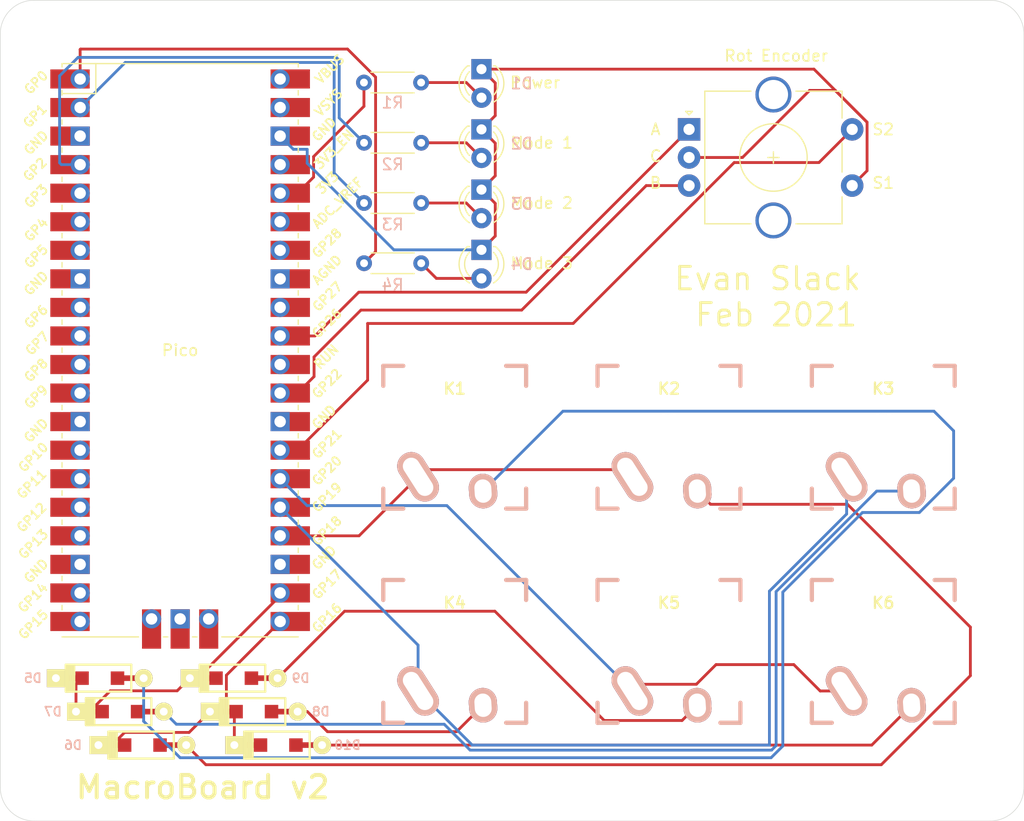
<source format=kicad_pcb>
(kicad_pcb (version 20171130) (host pcbnew "(5.1.9)-1")

  (general
    (thickness 1.6)
    (drawings 19)
    (tracks 150)
    (zones 0)
    (modules 26)
    (nets 51)
  )

  (page A4)
  (layers
    (0 F.Cu signal)
    (31 B.Cu signal)
    (32 B.Adhes user)
    (33 F.Adhes user)
    (34 B.Paste user)
    (35 F.Paste user)
    (36 B.SilkS user)
    (37 F.SilkS user)
    (38 B.Mask user)
    (39 F.Mask user)
    (40 Dwgs.User user)
    (41 Cmts.User user)
    (42 Eco1.User user)
    (43 Eco2.User user)
    (44 Edge.Cuts user)
    (45 Margin user)
    (46 B.CrtYd user)
    (47 F.CrtYd user)
    (48 B.Fab user)
    (49 F.Fab user)
  )

  (setup
    (last_trace_width 0.25)
    (trace_clearance 0.2)
    (zone_clearance 0.508)
    (zone_45_only no)
    (trace_min 0.2)
    (via_size 0.8)
    (via_drill 0.4)
    (via_min_size 0.4)
    (via_min_drill 0.3)
    (uvia_size 0.3)
    (uvia_drill 0.1)
    (uvias_allowed no)
    (uvia_min_size 0.2)
    (uvia_min_drill 0.1)
    (edge_width 0.05)
    (segment_width 0.2)
    (pcb_text_width 0.3)
    (pcb_text_size 1.5 1.5)
    (mod_edge_width 0.12)
    (mod_text_size 1 1)
    (mod_text_width 0.15)
    (pad_size 1.524 1.524)
    (pad_drill 0.762)
    (pad_to_mask_clearance 0)
    (aux_axis_origin 0 0)
    (visible_elements FFFFFF7F)
    (pcbplotparams
      (layerselection 0x010fc_ffffffff)
      (usegerberextensions false)
      (usegerberattributes true)
      (usegerberadvancedattributes true)
      (creategerberjobfile true)
      (excludeedgelayer true)
      (linewidth 0.100000)
      (plotframeref false)
      (viasonmask false)
      (mode 1)
      (useauxorigin false)
      (hpglpennumber 1)
      (hpglpenspeed 20)
      (hpglpendiameter 15.000000)
      (psnegative false)
      (psa4output false)
      (plotreference true)
      (plotvalue true)
      (plotinvisibletext false)
      (padsonsilk false)
      (subtractmaskfromsilk false)
      (outputformat 1)
      (mirror false)
      (drillshape 1)
      (scaleselection 1)
      (outputdirectory ""))
  )

  (net 0 "")
  (net 1 "Net-(D1-Pad2)")
  (net 2 +5V)
  (net 3 "Net-(D2-Pad2)")
  (net 4 "Net-(D3-Pad2)")
  (net 5 "Net-(D4-Pad2)")
  (net 6 "Net-(D5-Pad2)")
  (net 7 /row0)
  (net 8 "Net-(D6-Pad2)")
  (net 9 "Net-(D10-Pad1)")
  (net 10 "Net-(D7-Pad2)")
  (net 11 "Net-(D8-Pad2)")
  (net 12 "Net-(D9-Pad2)")
  (net 13 "Net-(D10-Pad2)")
  (net 14 /col0)
  (net 15 /col1)
  (net 16 /col2)
  (net 17 "Net-(R1-Pad1)")
  (net 18 "Net-(R2-Pad2)")
  (net 19 "Net-(R3-Pad2)")
  (net 20 "Net-(R4-Pad2)")
  (net 21 /ROT_SW)
  (net 22 /B_PIN)
  (net 23 /A_PIN)
  (net 24 "Net-(U1-Pad3)")
  (net 25 "Net-(U1-Pad5)")
  (net 26 "Net-(U1-Pad6)")
  (net 27 "Net-(U1-Pad7)")
  (net 28 "Net-(U1-Pad8)")
  (net 29 "Net-(U1-Pad9)")
  (net 30 "Net-(U1-Pad10)")
  (net 31 "Net-(U1-Pad11)")
  (net 32 "Net-(U1-Pad12)")
  (net 33 "Net-(U1-Pad13)")
  (net 34 "Net-(U1-Pad14)")
  (net 35 "Net-(U1-Pad15)")
  (net 36 "Net-(U1-Pad16)")
  (net 37 "Net-(U1-Pad17)")
  (net 38 "Net-(U1-Pad18)")
  (net 39 "Net-(U1-Pad19)")
  (net 40 "Net-(U1-Pad20)")
  (net 41 "Net-(U1-Pad23)")
  (net 42 "Net-(U1-Pad28)")
  (net 43 "Net-(U1-Pad30)")
  (net 44 "Net-(U1-Pad32)")
  (net 45 "Net-(U1-Pad33)")
  (net 46 "Net-(U1-Pad34)")
  (net 47 "Net-(U1-Pad35)")
  (net 48 "Net-(U1-Pad37)")
  (net 49 "Net-(U1-Pad39)")
  (net 50 "Net-(U1-Pad40)")

  (net_class Default "This is the default net class."
    (clearance 0.2)
    (trace_width 0.25)
    (via_dia 0.8)
    (via_drill 0.4)
    (uvia_dia 0.3)
    (uvia_drill 0.1)
    (add_net +5V)
    (add_net /A_PIN)
    (add_net /B_PIN)
    (add_net /ROT_SW)
    (add_net /col0)
    (add_net /col1)
    (add_net /col2)
    (add_net /row0)
    (add_net "Net-(D1-Pad2)")
    (add_net "Net-(D10-Pad1)")
    (add_net "Net-(D10-Pad2)")
    (add_net "Net-(D2-Pad2)")
    (add_net "Net-(D3-Pad2)")
    (add_net "Net-(D4-Pad2)")
    (add_net "Net-(D5-Pad2)")
    (add_net "Net-(D6-Pad2)")
    (add_net "Net-(D7-Pad2)")
    (add_net "Net-(D8-Pad2)")
    (add_net "Net-(D9-Pad2)")
    (add_net "Net-(R1-Pad1)")
    (add_net "Net-(R2-Pad2)")
    (add_net "Net-(R3-Pad2)")
    (add_net "Net-(R4-Pad2)")
    (add_net "Net-(U1-Pad10)")
    (add_net "Net-(U1-Pad11)")
    (add_net "Net-(U1-Pad12)")
    (add_net "Net-(U1-Pad13)")
    (add_net "Net-(U1-Pad14)")
    (add_net "Net-(U1-Pad15)")
    (add_net "Net-(U1-Pad16)")
    (add_net "Net-(U1-Pad17)")
    (add_net "Net-(U1-Pad18)")
    (add_net "Net-(U1-Pad19)")
    (add_net "Net-(U1-Pad20)")
    (add_net "Net-(U1-Pad23)")
    (add_net "Net-(U1-Pad28)")
    (add_net "Net-(U1-Pad3)")
    (add_net "Net-(U1-Pad30)")
    (add_net "Net-(U1-Pad32)")
    (add_net "Net-(U1-Pad33)")
    (add_net "Net-(U1-Pad34)")
    (add_net "Net-(U1-Pad35)")
    (add_net "Net-(U1-Pad37)")
    (add_net "Net-(U1-Pad39)")
    (add_net "Net-(U1-Pad40)")
    (add_net "Net-(U1-Pad5)")
    (add_net "Net-(U1-Pad6)")
    (add_net "Net-(U1-Pad7)")
    (add_net "Net-(U1-Pad8)")
    (add_net "Net-(U1-Pad9)")
  )

  (module keyboard_parts:D_SOD123_axial (layer F.Cu) (tedit 561B6A12) (tstamp 60245DAB)
    (at 97.631332 117.276661)
    (path /602339C6)
    (attr smd)
    (fp_text reference D7 (at -5.95313 0) (layer B.SilkS)
      (effects (font (size 0.8 0.8) (thickness 0.15)) (justify mirror))
    )
    (fp_text value D (at 0 -1.925) (layer F.SilkS) hide
      (effects (font (size 0.8 0.8) (thickness 0.15)))
    )
    (fp_line (start -2.275 -1.2) (end -2.275 1.2) (layer F.SilkS) (width 0.2))
    (fp_line (start -2.45 -1.2) (end -2.45 1.2) (layer F.SilkS) (width 0.2))
    (fp_line (start -2.625 -1.2) (end -2.625 1.2) (layer F.SilkS) (width 0.2))
    (fp_line (start -3.025 1.2) (end -3.025 -1.2) (layer F.SilkS) (width 0.2))
    (fp_line (start -2.8 -1.2) (end -2.8 1.2) (layer F.SilkS) (width 0.2))
    (fp_line (start -2.925 -1.2) (end -2.925 1.2) (layer F.SilkS) (width 0.2))
    (fp_line (start -3 -1.2) (end 2.8 -1.2) (layer F.SilkS) (width 0.2))
    (fp_line (start 2.8 -1.2) (end 2.8 1.2) (layer F.SilkS) (width 0.2))
    (fp_line (start 2.8 1.2) (end -3 1.2) (layer F.SilkS) (width 0.2))
    (pad 2 smd rect (at 2.7 0) (size 2.5 0.5) (layers F.Cu)
      (net 10 "Net-(D7-Pad2)") (solder_mask_margin -999))
    (pad 1 smd rect (at -2.7 0) (size 2.5 0.5) (layers F.Cu)
      (net 7 /row0) (solder_mask_margin -999))
    (pad 2 thru_hole circle (at 3.9 0) (size 1.6 1.6) (drill 0.7) (layers *.Cu *.Mask F.SilkS)
      (net 10 "Net-(D7-Pad2)"))
    (pad 1 thru_hole rect (at -3.9 0) (size 1.6 1.6) (drill 0.7) (layers *.Cu *.Mask F.SilkS)
      (net 7 /row0))
    (pad 1 smd rect (at -1.575 0) (size 1.2 1.2) (layers F.Cu F.Paste F.Mask)
      (net 7 /row0))
    (pad 2 smd rect (at 1.575 0) (size 1.2 1.2) (layers F.Cu F.Paste F.Mask)
      (net 10 "Net-(D7-Pad2)"))
  )

  (module keebs:Mx_Alps_100 (layer B.Cu) (tedit 5F25CCD9) (tstamp 6023CD53)
    (at 165.497014 111.918844)
    (descr MXALPS)
    (tags MXALPS)
    (path /6023B0CC)
    (fp_text reference K6 (at 0 -4.318) (layer F.SilkS)
      (effects (font (size 1 1) (thickness 0.2)))
    )
    (fp_text value KEYSW (at 5.334 -10.922) (layer F.SilkS) hide
      (effects (font (size 1.524 1.524) (thickness 0.3048)))
    )
    (fp_line (start -7.62 -7.62) (end -7.62 7.62) (layer Dwgs.User) (width 0.3))
    (fp_line (start 7.62 -7.62) (end -7.62 -7.62) (layer Dwgs.User) (width 0.3))
    (fp_line (start 7.62 7.62) (end 7.62 -7.62) (layer Dwgs.User) (width 0.3))
    (fp_line (start -7.62 7.62) (end 7.62 7.62) (layer Dwgs.User) (width 0.3))
    (fp_line (start 7.75 6.4) (end -7.75 6.4) (layer Dwgs.User) (width 0.3))
    (fp_line (start 7.75 -6.4) (end 7.75 6.4) (layer Dwgs.User) (width 0.3))
    (fp_line (start -7.75 -6.4) (end 7.75 -6.4) (layer Dwgs.User) (width 0.3))
    (fp_line (start -7.75 -6.4) (end -7.75 6.4) (layer Dwgs.User) (width 0.3))
    (fp_line (start -6.985 -6.985) (end -6.985 6.985) (layer Eco2.User) (width 0.1524))
    (fp_line (start 6.985 -6.985) (end -6.985 -6.985) (layer Eco2.User) (width 0.1524))
    (fp_line (start 6.985 6.985) (end 6.985 -6.985) (layer Eco2.User) (width 0.1524))
    (fp_line (start -6.985 6.985) (end 6.985 6.985) (layer Eco2.User) (width 0.1524))
    (fp_line (start -6.35 4.572) (end -6.35 6.35) (layer B.SilkS) (width 0.381))
    (fp_line (start -6.35 -6.35) (end -6.35 -4.572) (layer B.SilkS) (width 0.381))
    (fp_line (start -4.572 -6.35) (end -6.35 -6.35) (layer B.SilkS) (width 0.381))
    (fp_line (start 6.35 -6.35) (end 4.572 -6.35) (layer B.SilkS) (width 0.381))
    (fp_line (start 6.35 -4.572) (end 6.35 -6.35) (layer B.SilkS) (width 0.381))
    (fp_line (start 6.35 6.35) (end 6.35 4.572) (layer B.SilkS) (width 0.381))
    (fp_line (start 4.572 6.35) (end 6.35 6.35) (layer B.SilkS) (width 0.381))
    (fp_line (start -6.35 6.35) (end -4.572 6.35) (layer B.SilkS) (width 0.381))
    (fp_line (start -9.398 -9.398) (end -9.398 9.398) (layer Dwgs.User) (width 0.1524))
    (fp_line (start 9.398 -9.398) (end -9.398 -9.398) (layer Dwgs.User) (width 0.1524))
    (fp_line (start 9.398 9.398) (end 9.398 -9.398) (layer Dwgs.User) (width 0.1524))
    (fp_line (start -9.398 9.398) (end 9.398 9.398) (layer Dwgs.User) (width 0.1524))
    (fp_line (start -6.35 -6.35) (end -6.35 6.35) (layer Cmts.User) (width 0.1524))
    (fp_line (start 6.35 -6.35) (end -6.35 -6.35) (layer Cmts.User) (width 0.1524))
    (fp_line (start 6.35 6.35) (end 6.35 -6.35) (layer Cmts.User) (width 0.1524))
    (fp_line (start -6.35 6.35) (end 6.35 6.35) (layer Cmts.User) (width 0.1524))
    (pad 2 thru_hole oval (at 2.52 4.79 3.9) (size 2.5 3.08) (drill oval 1.5 2.08) (layers *.Cu *.Mask B.SilkS)
      (net 13 "Net-(D10-Pad2)"))
    (pad 1 thru_hole oval (at -3.255 3.52 32.5) (size 2.5 4.75) (drill oval 1.5 3.75) (layers *.Cu *.Mask B.SilkS)
      (net 16 /col2))
    (pad "" np_thru_hole circle (at 5.08 0) (size 1.7018 1.7018) (drill 1.7018) (layers *.Cu *.Mask))
    (pad "" np_thru_hole circle (at -5.08 0) (size 1.7018 1.7018) (drill 1.7018) (layers *.Cu *.Mask))
    (pad "" np_thru_hole circle (at 0 0) (size 3.9878 3.9878) (drill 3.9878) (layers *.Cu *.Mask))
  )

  (module MountingHole:MountingHole_2.2mm_M2 (layer F.Cu) (tedit 56D1B4CB) (tstamp 6024668B)
    (at 90 57)
    (descr "Mounting Hole 2.2mm, no annular, M2")
    (tags "mounting hole 2.2mm no annular m2")
    (attr virtual)
    (fp_text reference REF** (at 0 -3.2) (layer F.SilkS) hide
      (effects (font (size 1 1) (thickness 0.15)))
    )
    (fp_text value MountingHole_2.2mm_M2 (at 0 3.2) (layer F.Fab) hide
      (effects (font (size 1 1) (thickness 0.15)))
    )
    (fp_circle (center 0 0) (end 2.45 0) (layer F.CrtYd) (width 0.05))
    (fp_circle (center 0 0) (end 2.2 0) (layer Cmts.User) (width 0.15))
    (fp_text user %R (at 0.3 0) (layer F.Fab)
      (effects (font (size 1 1) (thickness 0.15)))
    )
    (pad 1 np_thru_hole circle (at 0 0) (size 2.2 2.2) (drill 2.2) (layers *.Cu *.Mask))
  )

  (module MountingHole:MountingHole_2.2mm_M2 (layer F.Cu) (tedit 56D1B4CB) (tstamp 602465F3)
    (at 90 124)
    (descr "Mounting Hole 2.2mm, no annular, M2")
    (tags "mounting hole 2.2mm no annular m2")
    (attr virtual)
    (fp_text reference REF** (at 0 -3.2) (layer F.SilkS) hide
      (effects (font (size 1 1) (thickness 0.15)))
    )
    (fp_text value MountingHole_2.2mm_M2 (at 0 3.2) (layer F.Fab) hide
      (effects (font (size 1 1) (thickness 0.15)))
    )
    (fp_text user %R (at 0.3 0) (layer F.Fab)
      (effects (font (size 1 1) (thickness 0.15)))
    )
    (fp_circle (center 0 0) (end 2.2 0) (layer Cmts.User) (width 0.15))
    (fp_circle (center 0 0) (end 2.45 0) (layer F.CrtYd) (width 0.05))
    (pad 1 np_thru_hole circle (at 0 0) (size 2.2 2.2) (drill 2.2) (layers *.Cu *.Mask))
  )

  (module MountingHole:MountingHole_2.2mm_M2 (layer F.Cu) (tedit 56D1B4CB) (tstamp 6024664B)
    (at 175 124)
    (descr "Mounting Hole 2.2mm, no annular, M2")
    (tags "mounting hole 2.2mm no annular m2")
    (attr virtual)
    (fp_text reference REF** (at 0 -3.2) (layer F.SilkS) hide
      (effects (font (size 1 1) (thickness 0.15)))
    )
    (fp_text value MountingHole_2.2mm_M2 (at 0 3.2) (layer F.Fab) hide
      (effects (font (size 1 1) (thickness 0.15)))
    )
    (fp_circle (center 0 0) (end 2.45 0) (layer F.CrtYd) (width 0.05))
    (fp_circle (center 0 0) (end 2.2 0) (layer Cmts.User) (width 0.15))
    (fp_text user %R (at 0.3 0) (layer F.Fab)
      (effects (font (size 1 1) (thickness 0.15)))
    )
    (pad 1 np_thru_hole circle (at 0 0) (size 2.2 2.2) (drill 2.2) (layers *.Cu *.Mask))
  )

  (module MountingHole:MountingHole_2.2mm_M2 (layer F.Cu) (tedit 56D1B4CB) (tstamp 6023CACE)
    (at 175 57)
    (descr "Mounting Hole 2.2mm, no annular, M2")
    (tags "mounting hole 2.2mm no annular m2")
    (attr virtual)
    (fp_text reference REF** (at 1.785939 -4.167191) (layer F.SilkS) hide
      (effects (font (size 1 1) (thickness 0.15)))
    )
    (fp_text value MountingHole_2.2mm_M2 (at 0 3.2) (layer F.Fab) hide
      (effects (font (size 1 1) (thickness 0.15)))
    )
    (fp_text user %R (at 0.3 0) (layer F.Fab)
      (effects (font (size 1 1) (thickness 0.15)))
    )
    (fp_circle (center 0 0) (end 2.2 0) (layer Cmts.User) (width 0.15))
    (fp_circle (center 0 0) (end 2.45 0) (layer F.CrtYd) (width 0.05))
    (pad 1 np_thru_hole circle (at 0 0) (size 2.2 2.2) (drill 2.2) (layers *.Cu *.Mask))
  )

  (module keebs:Mx_Alps_100 (layer B.Cu) (tedit 5F25CCD9) (tstamp 60231593)
    (at 127.396982 111.918844)
    (descr MXALPS)
    (tags MXALPS)
    (path /6023B0B6)
    (fp_text reference K4 (at 0 -4.318) (layer F.SilkS)
      (effects (font (size 1 1) (thickness 0.2)))
    )
    (fp_text value KEYSW (at 5.334 -10.922) (layer F.SilkS) hide
      (effects (font (size 1.524 1.524) (thickness 0.3048)))
    )
    (fp_line (start -6.35 6.35) (end 6.35 6.35) (layer Cmts.User) (width 0.1524))
    (fp_line (start 6.35 6.35) (end 6.35 -6.35) (layer Cmts.User) (width 0.1524))
    (fp_line (start 6.35 -6.35) (end -6.35 -6.35) (layer Cmts.User) (width 0.1524))
    (fp_line (start -6.35 -6.35) (end -6.35 6.35) (layer Cmts.User) (width 0.1524))
    (fp_line (start -9.398 9.398) (end 9.398 9.398) (layer Dwgs.User) (width 0.1524))
    (fp_line (start 9.398 9.398) (end 9.398 -9.398) (layer Dwgs.User) (width 0.1524))
    (fp_line (start 9.398 -9.398) (end -9.398 -9.398) (layer Dwgs.User) (width 0.1524))
    (fp_line (start -9.398 -9.398) (end -9.398 9.398) (layer Dwgs.User) (width 0.1524))
    (fp_line (start -6.35 6.35) (end -4.572 6.35) (layer B.SilkS) (width 0.381))
    (fp_line (start 4.572 6.35) (end 6.35 6.35) (layer B.SilkS) (width 0.381))
    (fp_line (start 6.35 6.35) (end 6.35 4.572) (layer B.SilkS) (width 0.381))
    (fp_line (start 6.35 -4.572) (end 6.35 -6.35) (layer B.SilkS) (width 0.381))
    (fp_line (start 6.35 -6.35) (end 4.572 -6.35) (layer B.SilkS) (width 0.381))
    (fp_line (start -4.572 -6.35) (end -6.35 -6.35) (layer B.SilkS) (width 0.381))
    (fp_line (start -6.35 -6.35) (end -6.35 -4.572) (layer B.SilkS) (width 0.381))
    (fp_line (start -6.35 4.572) (end -6.35 6.35) (layer B.SilkS) (width 0.381))
    (fp_line (start -6.985 6.985) (end 6.985 6.985) (layer Eco2.User) (width 0.1524))
    (fp_line (start 6.985 6.985) (end 6.985 -6.985) (layer Eco2.User) (width 0.1524))
    (fp_line (start 6.985 -6.985) (end -6.985 -6.985) (layer Eco2.User) (width 0.1524))
    (fp_line (start -6.985 -6.985) (end -6.985 6.985) (layer Eco2.User) (width 0.1524))
    (fp_line (start -7.75 -6.4) (end -7.75 6.4) (layer Dwgs.User) (width 0.3))
    (fp_line (start -7.75 -6.4) (end 7.75 -6.4) (layer Dwgs.User) (width 0.3))
    (fp_line (start 7.75 -6.4) (end 7.75 6.4) (layer Dwgs.User) (width 0.3))
    (fp_line (start 7.75 6.4) (end -7.75 6.4) (layer Dwgs.User) (width 0.3))
    (fp_line (start -7.62 7.62) (end 7.62 7.62) (layer Dwgs.User) (width 0.3))
    (fp_line (start 7.62 7.62) (end 7.62 -7.62) (layer Dwgs.User) (width 0.3))
    (fp_line (start 7.62 -7.62) (end -7.62 -7.62) (layer Dwgs.User) (width 0.3))
    (fp_line (start -7.62 -7.62) (end -7.62 7.62) (layer Dwgs.User) (width 0.3))
    (pad "" np_thru_hole circle (at 0 0) (size 3.9878 3.9878) (drill 3.9878) (layers *.Cu *.Mask))
    (pad "" np_thru_hole circle (at -5.08 0) (size 1.7018 1.7018) (drill 1.7018) (layers *.Cu *.Mask))
    (pad "" np_thru_hole circle (at 5.08 0) (size 1.7018 1.7018) (drill 1.7018) (layers *.Cu *.Mask))
    (pad 1 thru_hole oval (at -3.255 3.52 32.5) (size 2.5 4.75) (drill oval 1.5 3.75) (layers *.Cu *.Mask B.SilkS)
      (net 15 /col1))
    (pad 2 thru_hole oval (at 2.52 4.79 3.9) (size 2.5 3.08) (drill oval 1.5 2.08) (layers *.Cu *.Mask B.SilkS)
      (net 11 "Net-(D8-Pad2)"))
  )

  (module keebs:Mx_Alps_100 (layer B.Cu) (tedit 5F25CCD9) (tstamp 60231602)
    (at 127.396982 92.868828)
    (descr MXALPS)
    (tags MXALPS)
    (path /6021EAA4)
    (fp_text reference K1 (at 0 -4.318) (layer F.SilkS)
      (effects (font (size 1 1) (thickness 0.2)))
    )
    (fp_text value KEYSW (at 5.334 -10.922) (layer F.SilkS) hide
      (effects (font (size 1.524 1.524) (thickness 0.3048)))
    )
    (fp_line (start -7.62 -7.62) (end -7.62 7.62) (layer Dwgs.User) (width 0.3))
    (fp_line (start 7.62 -7.62) (end -7.62 -7.62) (layer Dwgs.User) (width 0.3))
    (fp_line (start 7.62 7.62) (end 7.62 -7.62) (layer Dwgs.User) (width 0.3))
    (fp_line (start -7.62 7.62) (end 7.62 7.62) (layer Dwgs.User) (width 0.3))
    (fp_line (start 7.75 6.4) (end -7.75 6.4) (layer Dwgs.User) (width 0.3))
    (fp_line (start 7.75 -6.4) (end 7.75 6.4) (layer Dwgs.User) (width 0.3))
    (fp_line (start -7.75 -6.4) (end 7.75 -6.4) (layer Dwgs.User) (width 0.3))
    (fp_line (start -7.75 -6.4) (end -7.75 6.4) (layer Dwgs.User) (width 0.3))
    (fp_line (start -6.985 -6.985) (end -6.985 6.985) (layer Eco2.User) (width 0.1524))
    (fp_line (start 6.985 -6.985) (end -6.985 -6.985) (layer Eco2.User) (width 0.1524))
    (fp_line (start 6.985 6.985) (end 6.985 -6.985) (layer Eco2.User) (width 0.1524))
    (fp_line (start -6.985 6.985) (end 6.985 6.985) (layer Eco2.User) (width 0.1524))
    (fp_line (start -6.35 4.572) (end -6.35 6.35) (layer B.SilkS) (width 0.381))
    (fp_line (start -6.35 -6.35) (end -6.35 -4.572) (layer B.SilkS) (width 0.381))
    (fp_line (start -4.572 -6.35) (end -6.35 -6.35) (layer B.SilkS) (width 0.381))
    (fp_line (start 6.35 -6.35) (end 4.572 -6.35) (layer B.SilkS) (width 0.381))
    (fp_line (start 6.35 -4.572) (end 6.35 -6.35) (layer B.SilkS) (width 0.381))
    (fp_line (start 6.35 6.35) (end 6.35 4.572) (layer B.SilkS) (width 0.381))
    (fp_line (start 4.572 6.35) (end 6.35 6.35) (layer B.SilkS) (width 0.381))
    (fp_line (start -6.35 6.35) (end -4.572 6.35) (layer B.SilkS) (width 0.381))
    (fp_line (start -9.398 -9.398) (end -9.398 9.398) (layer Dwgs.User) (width 0.1524))
    (fp_line (start 9.398 -9.398) (end -9.398 -9.398) (layer Dwgs.User) (width 0.1524))
    (fp_line (start 9.398 9.398) (end 9.398 -9.398) (layer Dwgs.User) (width 0.1524))
    (fp_line (start -9.398 9.398) (end 9.398 9.398) (layer Dwgs.User) (width 0.1524))
    (fp_line (start -6.35 -6.35) (end -6.35 6.35) (layer Cmts.User) (width 0.1524))
    (fp_line (start 6.35 -6.35) (end -6.35 -6.35) (layer Cmts.User) (width 0.1524))
    (fp_line (start 6.35 6.35) (end 6.35 -6.35) (layer Cmts.User) (width 0.1524))
    (fp_line (start -6.35 6.35) (end 6.35 6.35) (layer Cmts.User) (width 0.1524))
    (pad 2 thru_hole oval (at 2.52 4.79 3.9) (size 2.5 3.08) (drill oval 1.5 2.08) (layers *.Cu *.Mask B.SilkS)
      (net 6 "Net-(D5-Pad2)"))
    (pad 1 thru_hole oval (at -3.255 3.52 32.5) (size 2.5 4.75) (drill oval 1.5 3.75) (layers *.Cu *.Mask B.SilkS)
      (net 14 /col0))
    (pad "" np_thru_hole circle (at 5.08 0) (size 1.7018 1.7018) (drill 1.7018) (layers *.Cu *.Mask))
    (pad "" np_thru_hole circle (at -5.08 0) (size 1.7018 1.7018) (drill 1.7018) (layers *.Cu *.Mask))
    (pad "" np_thru_hole circle (at 0 0) (size 3.9878 3.9878) (drill 3.9878) (layers *.Cu *.Mask))
  )

  (module keyboard_parts:D_SOD123_axial (layer F.Cu) (tedit 561B6A12) (tstamp 602361F4)
    (at 111.707905 120.253226)
    (path /6023B0C2)
    (attr smd)
    (fp_text reference D10 (at 6.164069 0) (layer B.SilkS)
      (effects (font (size 0.8 0.8) (thickness 0.15)) (justify mirror))
    )
    (fp_text value D (at 0 -1.925) (layer F.SilkS) hide
      (effects (font (size 0.8 0.8) (thickness 0.15)))
    )
    (fp_line (start -2.275 -1.2) (end -2.275 1.2) (layer F.SilkS) (width 0.2))
    (fp_line (start -2.45 -1.2) (end -2.45 1.2) (layer F.SilkS) (width 0.2))
    (fp_line (start -2.625 -1.2) (end -2.625 1.2) (layer F.SilkS) (width 0.2))
    (fp_line (start -3.025 1.2) (end -3.025 -1.2) (layer F.SilkS) (width 0.2))
    (fp_line (start -2.8 -1.2) (end -2.8 1.2) (layer F.SilkS) (width 0.2))
    (fp_line (start -2.925 -1.2) (end -2.925 1.2) (layer F.SilkS) (width 0.2))
    (fp_line (start -3 -1.2) (end 2.8 -1.2) (layer F.SilkS) (width 0.2))
    (fp_line (start 2.8 -1.2) (end 2.8 1.2) (layer F.SilkS) (width 0.2))
    (fp_line (start 2.8 1.2) (end -3 1.2) (layer F.SilkS) (width 0.2))
    (pad 2 smd rect (at 2.7 0) (size 2.5 0.5) (layers F.Cu)
      (net 13 "Net-(D10-Pad2)") (solder_mask_margin -999))
    (pad 1 smd rect (at -2.7 0) (size 2.5 0.5) (layers F.Cu)
      (net 9 "Net-(D10-Pad1)") (solder_mask_margin -999))
    (pad 2 thru_hole circle (at 3.9 0) (size 1.6 1.6) (drill 0.7) (layers *.Cu *.Mask F.SilkS)
      (net 13 "Net-(D10-Pad2)"))
    (pad 1 thru_hole rect (at -3.9 0) (size 1.6 1.6) (drill 0.7) (layers *.Cu *.Mask F.SilkS)
      (net 9 "Net-(D10-Pad1)"))
    (pad 1 smd rect (at -1.575 0) (size 1.2 1.2) (layers F.Cu F.Paste F.Mask)
      (net 9 "Net-(D10-Pad1)"))
    (pad 2 smd rect (at 1.575 0) (size 1.2 1.2) (layers F.Cu F.Paste F.Mask)
      (net 13 "Net-(D10-Pad2)"))
  )

  (module keyboard_parts:D_SOD123_axial (layer F.Cu) (tedit 561B6A12) (tstamp 60231511)
    (at 107.751653 114.300096)
    (path /60236286)
    (attr smd)
    (fp_text reference D9 (at 5.95313 0) (layer B.SilkS)
      (effects (font (size 0.8 0.8) (thickness 0.15)) (justify mirror))
    )
    (fp_text value D (at 0 -1.925) (layer F.SilkS) hide
      (effects (font (size 0.8 0.8) (thickness 0.15)))
    )
    (fp_line (start 2.8 1.2) (end -3 1.2) (layer F.SilkS) (width 0.2))
    (fp_line (start 2.8 -1.2) (end 2.8 1.2) (layer F.SilkS) (width 0.2))
    (fp_line (start -3 -1.2) (end 2.8 -1.2) (layer F.SilkS) (width 0.2))
    (fp_line (start -2.925 -1.2) (end -2.925 1.2) (layer F.SilkS) (width 0.2))
    (fp_line (start -2.8 -1.2) (end -2.8 1.2) (layer F.SilkS) (width 0.2))
    (fp_line (start -3.025 1.2) (end -3.025 -1.2) (layer F.SilkS) (width 0.2))
    (fp_line (start -2.625 -1.2) (end -2.625 1.2) (layer F.SilkS) (width 0.2))
    (fp_line (start -2.45 -1.2) (end -2.45 1.2) (layer F.SilkS) (width 0.2))
    (fp_line (start -2.275 -1.2) (end -2.275 1.2) (layer F.SilkS) (width 0.2))
    (pad 2 smd rect (at 1.575 0) (size 1.2 1.2) (layers F.Cu F.Paste F.Mask)
      (net 12 "Net-(D9-Pad2)"))
    (pad 1 smd rect (at -1.575 0) (size 1.2 1.2) (layers F.Cu F.Paste F.Mask)
      (net 7 /row0))
    (pad 1 thru_hole rect (at -3.9 0) (size 1.6 1.6) (drill 0.7) (layers *.Cu *.Mask F.SilkS)
      (net 7 /row0))
    (pad 2 thru_hole circle (at 3.9 0) (size 1.6 1.6) (drill 0.7) (layers *.Cu *.Mask F.SilkS)
      (net 12 "Net-(D9-Pad2)"))
    (pad 1 smd rect (at -2.7 0) (size 2.5 0.5) (layers F.Cu)
      (net 7 /row0) (solder_mask_margin -999))
    (pad 2 smd rect (at 2.7 0) (size 2.5 0.5) (layers F.Cu)
      (net 12 "Net-(D9-Pad2)") (solder_mask_margin -999))
  )

  (module keyboard_parts:D_SOD123_axial (layer F.Cu) (tedit 561B6A12) (tstamp 60233A7F)
    (at 95.845393 114.300096)
    (path /6022369D)
    (attr smd)
    (fp_text reference D5 (at -5.95313 0) (layer B.SilkS)
      (effects (font (size 0.8 0.8) (thickness 0.15)) (justify mirror))
    )
    (fp_text value D (at 0 -1.925) (layer F.SilkS) hide
      (effects (font (size 0.8 0.8) (thickness 0.15)))
    )
    (fp_line (start -2.275 -1.2) (end -2.275 1.2) (layer F.SilkS) (width 0.2))
    (fp_line (start -2.45 -1.2) (end -2.45 1.2) (layer F.SilkS) (width 0.2))
    (fp_line (start -2.625 -1.2) (end -2.625 1.2) (layer F.SilkS) (width 0.2))
    (fp_line (start -3.025 1.2) (end -3.025 -1.2) (layer F.SilkS) (width 0.2))
    (fp_line (start -2.8 -1.2) (end -2.8 1.2) (layer F.SilkS) (width 0.2))
    (fp_line (start -2.925 -1.2) (end -2.925 1.2) (layer F.SilkS) (width 0.2))
    (fp_line (start -3 -1.2) (end 2.8 -1.2) (layer F.SilkS) (width 0.2))
    (fp_line (start 2.8 -1.2) (end 2.8 1.2) (layer F.SilkS) (width 0.2))
    (fp_line (start 2.8 1.2) (end -3 1.2) (layer F.SilkS) (width 0.2))
    (pad 2 smd rect (at 2.7 0) (size 2.5 0.5) (layers F.Cu)
      (net 6 "Net-(D5-Pad2)") (solder_mask_margin -999))
    (pad 1 smd rect (at -2.7 0) (size 2.5 0.5) (layers F.Cu)
      (net 7 /row0) (solder_mask_margin -999))
    (pad 2 thru_hole circle (at 3.9 0) (size 1.6 1.6) (drill 0.7) (layers *.Cu *.Mask F.SilkS)
      (net 6 "Net-(D5-Pad2)"))
    (pad 1 thru_hole rect (at -3.9 0) (size 1.6 1.6) (drill 0.7) (layers *.Cu *.Mask F.SilkS)
      (net 7 /row0))
    (pad 1 smd rect (at -1.575 0) (size 1.2 1.2) (layers F.Cu F.Paste F.Mask)
      (net 7 /row0))
    (pad 2 smd rect (at 1.575 0) (size 1.2 1.2) (layers F.Cu F.Paste F.Mask)
      (net 6 "Net-(D5-Pad2)"))
  )

  (module LED_THT:LED_D3.0mm (layer F.Cu) (tedit 587A3A7B) (tstamp 602339C8)
    (at 129.778234 60.126613 270)
    (descr "LED, diameter 3.0mm, 2 pins")
    (tags "LED diameter 3.0mm 2 pins")
    (path /60203A2E)
    (fp_text reference D1 (at 1.27 -3.571878) (layer B.SilkS)
      (effects (font (size 1 1) (thickness 0.15)) (justify mirror))
    )
    (fp_text value LED (at 1.27 2.96 90) (layer F.Fab)
      (effects (font (size 1 1) (thickness 0.15)))
    )
    (fp_arc (start 1.27 0) (end 0.229039 1.08) (angle -87.9) (layer F.SilkS) (width 0.12))
    (fp_arc (start 1.27 0) (end 0.229039 -1.08) (angle 87.9) (layer F.SilkS) (width 0.12))
    (fp_arc (start 1.27 0) (end -0.29 1.235516) (angle -108.8) (layer F.SilkS) (width 0.12))
    (fp_arc (start 1.27 0) (end -0.29 -1.235516) (angle 108.8) (layer F.SilkS) (width 0.12))
    (fp_arc (start 1.27 0) (end -0.23 -1.16619) (angle 284.3) (layer F.Fab) (width 0.1))
    (fp_circle (center 1.27 0) (end 2.77 0) (layer F.Fab) (width 0.1))
    (fp_line (start -0.23 -1.16619) (end -0.23 1.16619) (layer F.Fab) (width 0.1))
    (fp_line (start -0.29 -1.236) (end -0.29 -1.08) (layer F.SilkS) (width 0.12))
    (fp_line (start -0.29 1.08) (end -0.29 1.236) (layer F.SilkS) (width 0.12))
    (fp_line (start -1.15 -2.25) (end -1.15 2.25) (layer F.CrtYd) (width 0.05))
    (fp_line (start -1.15 2.25) (end 3.7 2.25) (layer F.CrtYd) (width 0.05))
    (fp_line (start 3.7 2.25) (end 3.7 -2.25) (layer F.CrtYd) (width 0.05))
    (fp_line (start 3.7 -2.25) (end -1.15 -2.25) (layer F.CrtYd) (width 0.05))
    (pad 2 thru_hole circle (at 2.54 0 270) (size 1.8 1.8) (drill 0.9) (layers *.Cu *.Mask)
      (net 1 "Net-(D1-Pad2)"))
    (pad 1 thru_hole rect (at 0 0 270) (size 1.8 1.8) (drill 0.9) (layers *.Cu *.Mask)
      (net 2 +5V))
    (model ${KISYS3DMOD}/LED_THT.3dshapes/LED_D3.0mm.wrl
      (at (xyz 0 0 0))
      (scale (xyz 1 1 1))
      (rotate (xyz 0 0 0))
    )
  )

  (module LED_THT:LED_D3.0mm (layer F.Cu) (tedit 587A3A7B) (tstamp 602339FE)
    (at 129.778234 65.48443 270)
    (descr "LED, diameter 3.0mm, 2 pins")
    (tags "LED diameter 3.0mm 2 pins")
    (path /60203B32)
    (fp_text reference D2 (at 1.27 -3.571878) (layer B.SilkS)
      (effects (font (size 1 1) (thickness 0.15)) (justify mirror))
    )
    (fp_text value LED (at 1.27 2.96 90) (layer F.Fab)
      (effects (font (size 1 1) (thickness 0.15)))
    )
    (fp_line (start 3.7 -2.25) (end -1.15 -2.25) (layer F.CrtYd) (width 0.05))
    (fp_line (start 3.7 2.25) (end 3.7 -2.25) (layer F.CrtYd) (width 0.05))
    (fp_line (start -1.15 2.25) (end 3.7 2.25) (layer F.CrtYd) (width 0.05))
    (fp_line (start -1.15 -2.25) (end -1.15 2.25) (layer F.CrtYd) (width 0.05))
    (fp_line (start -0.29 1.08) (end -0.29 1.236) (layer F.SilkS) (width 0.12))
    (fp_line (start -0.29 -1.236) (end -0.29 -1.08) (layer F.SilkS) (width 0.12))
    (fp_line (start -0.23 -1.16619) (end -0.23 1.16619) (layer F.Fab) (width 0.1))
    (fp_circle (center 1.27 0) (end 2.77 0) (layer F.Fab) (width 0.1))
    (fp_arc (start 1.27 0) (end -0.23 -1.16619) (angle 284.3) (layer F.Fab) (width 0.1))
    (fp_arc (start 1.27 0) (end -0.29 -1.235516) (angle 108.8) (layer F.SilkS) (width 0.12))
    (fp_arc (start 1.27 0) (end -0.29 1.235516) (angle -108.8) (layer F.SilkS) (width 0.12))
    (fp_arc (start 1.27 0) (end 0.229039 -1.08) (angle 87.9) (layer F.SilkS) (width 0.12))
    (fp_arc (start 1.27 0) (end 0.229039 1.08) (angle -87.9) (layer F.SilkS) (width 0.12))
    (pad 1 thru_hole rect (at 0 0 270) (size 1.8 1.8) (drill 0.9) (layers *.Cu *.Mask)
      (net 2 +5V))
    (pad 2 thru_hole circle (at 2.54 0 270) (size 1.8 1.8) (drill 0.9) (layers *.Cu *.Mask)
      (net 3 "Net-(D2-Pad2)"))
    (model ${KISYS3DMOD}/LED_THT.3dshapes/LED_D3.0mm.wrl
      (at (xyz 0 0 0))
      (scale (xyz 1 1 1))
      (rotate (xyz 0 0 0))
    )
  )

  (module LED_THT:LED_D3.0mm (layer F.Cu) (tedit 587A3A7B) (tstamp 60233884)
    (at 129.778234 70.842247 270)
    (descr "LED, diameter 3.0mm, 2 pins")
    (tags "LED diameter 3.0mm 2 pins")
    (path /601F9A1A)
    (fp_text reference D3 (at 1.27 -3.571878) (layer B.SilkS)
      (effects (font (size 1 1) (thickness 0.15)) (justify mirror))
    )
    (fp_text value LED (at 1.27 2.96 90) (layer F.Fab)
      (effects (font (size 1 1) (thickness 0.15)))
    )
    (fp_line (start 3.7 -2.25) (end -1.15 -2.25) (layer F.CrtYd) (width 0.05))
    (fp_line (start 3.7 2.25) (end 3.7 -2.25) (layer F.CrtYd) (width 0.05))
    (fp_line (start -1.15 2.25) (end 3.7 2.25) (layer F.CrtYd) (width 0.05))
    (fp_line (start -1.15 -2.25) (end -1.15 2.25) (layer F.CrtYd) (width 0.05))
    (fp_line (start -0.29 1.08) (end -0.29 1.236) (layer F.SilkS) (width 0.12))
    (fp_line (start -0.29 -1.236) (end -0.29 -1.08) (layer F.SilkS) (width 0.12))
    (fp_line (start -0.23 -1.16619) (end -0.23 1.16619) (layer F.Fab) (width 0.1))
    (fp_circle (center 1.27 0) (end 2.77 0) (layer F.Fab) (width 0.1))
    (fp_arc (start 1.27 0) (end -0.23 -1.16619) (angle 284.3) (layer F.Fab) (width 0.1))
    (fp_arc (start 1.27 0) (end -0.29 -1.235516) (angle 108.8) (layer F.SilkS) (width 0.12))
    (fp_arc (start 1.27 0) (end -0.29 1.235516) (angle -108.8) (layer F.SilkS) (width 0.12))
    (fp_arc (start 1.27 0) (end 0.229039 -1.08) (angle 87.9) (layer F.SilkS) (width 0.12))
    (fp_arc (start 1.27 0) (end 0.229039 1.08) (angle -87.9) (layer F.SilkS) (width 0.12))
    (pad 1 thru_hole rect (at 0 0 270) (size 1.8 1.8) (drill 0.9) (layers *.Cu *.Mask)
      (net 2 +5V))
    (pad 2 thru_hole circle (at 2.54 0 270) (size 1.8 1.8) (drill 0.9) (layers *.Cu *.Mask)
      (net 4 "Net-(D3-Pad2)"))
    (model ${KISYS3DMOD}/LED_THT.3dshapes/LED_D3.0mm.wrl
      (at (xyz 0 0 0))
      (scale (xyz 1 1 1))
      (rotate (xyz 0 0 0))
    )
  )

  (module LED_THT:LED_D3.0mm (layer F.Cu) (tedit 587A3A7B) (tstamp 602338F0)
    (at 129.778234 76.200064 270)
    (descr "LED, diameter 3.0mm, 2 pins")
    (tags "LED diameter 3.0mm 2 pins")
    (path /601FB26B)
    (fp_text reference D4 (at 1.27 -3.571878) (layer B.SilkS)
      (effects (font (size 1 1) (thickness 0.15)) (justify mirror))
    )
    (fp_text value LED (at 1.27 2.96 90) (layer F.Fab)
      (effects (font (size 1 1) (thickness 0.15)))
    )
    (fp_arc (start 1.27 0) (end 0.229039 1.08) (angle -87.9) (layer F.SilkS) (width 0.12))
    (fp_arc (start 1.27 0) (end 0.229039 -1.08) (angle 87.9) (layer F.SilkS) (width 0.12))
    (fp_arc (start 1.27 0) (end -0.29 1.235516) (angle -108.8) (layer F.SilkS) (width 0.12))
    (fp_arc (start 1.27 0) (end -0.29 -1.235516) (angle 108.8) (layer F.SilkS) (width 0.12))
    (fp_arc (start 1.27 0) (end -0.23 -1.16619) (angle 284.3) (layer F.Fab) (width 0.1))
    (fp_circle (center 1.27 0) (end 2.77 0) (layer F.Fab) (width 0.1))
    (fp_line (start -0.23 -1.16619) (end -0.23 1.16619) (layer F.Fab) (width 0.1))
    (fp_line (start -0.29 -1.236) (end -0.29 -1.08) (layer F.SilkS) (width 0.12))
    (fp_line (start -0.29 1.08) (end -0.29 1.236) (layer F.SilkS) (width 0.12))
    (fp_line (start -1.15 -2.25) (end -1.15 2.25) (layer F.CrtYd) (width 0.05))
    (fp_line (start -1.15 2.25) (end 3.7 2.25) (layer F.CrtYd) (width 0.05))
    (fp_line (start 3.7 2.25) (end 3.7 -2.25) (layer F.CrtYd) (width 0.05))
    (fp_line (start 3.7 -2.25) (end -1.15 -2.25) (layer F.CrtYd) (width 0.05))
    (pad 2 thru_hole circle (at 2.54 0 270) (size 1.8 1.8) (drill 0.9) (layers *.Cu *.Mask)
      (net 5 "Net-(D4-Pad2)"))
    (pad 1 thru_hole rect (at 0 0 270) (size 1.8 1.8) (drill 0.9) (layers *.Cu *.Mask)
      (net 2 +5V))
    (model ${KISYS3DMOD}/LED_THT.3dshapes/LED_D3.0mm.wrl
      (at (xyz 0 0 0))
      (scale (xyz 1 1 1))
      (rotate (xyz 0 0 0))
    )
  )

  (module keyboard_parts:D_SOD123_axial (layer F.Cu) (tedit 561B6A12) (tstamp 602314D8)
    (at 99.62821 120.253226)
    (path /6023B096)
    (attr smd)
    (fp_text reference D6 (at -6.164069 0) (layer B.SilkS)
      (effects (font (size 0.8 0.8) (thickness 0.15)) (justify mirror))
    )
    (fp_text value D (at 0 -1.925) (layer F.SilkS) hide
      (effects (font (size 0.8 0.8) (thickness 0.15)))
    )
    (fp_line (start 2.8 1.2) (end -3 1.2) (layer F.SilkS) (width 0.2))
    (fp_line (start 2.8 -1.2) (end 2.8 1.2) (layer F.SilkS) (width 0.2))
    (fp_line (start -3 -1.2) (end 2.8 -1.2) (layer F.SilkS) (width 0.2))
    (fp_line (start -2.925 -1.2) (end -2.925 1.2) (layer F.SilkS) (width 0.2))
    (fp_line (start -2.8 -1.2) (end -2.8 1.2) (layer F.SilkS) (width 0.2))
    (fp_line (start -3.025 1.2) (end -3.025 -1.2) (layer F.SilkS) (width 0.2))
    (fp_line (start -2.625 -1.2) (end -2.625 1.2) (layer F.SilkS) (width 0.2))
    (fp_line (start -2.45 -1.2) (end -2.45 1.2) (layer F.SilkS) (width 0.2))
    (fp_line (start -2.275 -1.2) (end -2.275 1.2) (layer F.SilkS) (width 0.2))
    (pad 2 smd rect (at 1.575 0) (size 1.2 1.2) (layers F.Cu F.Paste F.Mask)
      (net 8 "Net-(D6-Pad2)"))
    (pad 1 smd rect (at -1.575 0) (size 1.2 1.2) (layers F.Cu F.Paste F.Mask)
      (net 9 "Net-(D10-Pad1)"))
    (pad 1 thru_hole rect (at -3.9 0) (size 1.6 1.6) (drill 0.7) (layers *.Cu *.Mask F.SilkS)
      (net 9 "Net-(D10-Pad1)"))
    (pad 2 thru_hole circle (at 3.9 0) (size 1.6 1.6) (drill 0.7) (layers *.Cu *.Mask F.SilkS)
      (net 8 "Net-(D6-Pad2)"))
    (pad 1 smd rect (at -2.7 0) (size 2.5 0.5) (layers F.Cu)
      (net 9 "Net-(D10-Pad1)") (solder_mask_margin -999))
    (pad 2 smd rect (at 2.7 0) (size 2.5 0.5) (layers F.Cu)
      (net 8 "Net-(D6-Pad2)") (solder_mask_margin -999))
  )

  (module keyboard_parts:D_SOD123_axial (layer F.Cu) (tedit 561B6A12) (tstamp 60233CB8)
    (at 109.537592 117.276661)
    (path /6023B0AC)
    (attr smd)
    (fp_text reference D8 (at 5.95313 0) (layer B.SilkS)
      (effects (font (size 0.8 0.8) (thickness 0.15)) (justify mirror))
    )
    (fp_text value D (at 0 -1.925) (layer F.SilkS) hide
      (effects (font (size 0.8 0.8) (thickness 0.15)))
    )
    (fp_line (start 2.8 1.2) (end -3 1.2) (layer F.SilkS) (width 0.2))
    (fp_line (start 2.8 -1.2) (end 2.8 1.2) (layer F.SilkS) (width 0.2))
    (fp_line (start -3 -1.2) (end 2.8 -1.2) (layer F.SilkS) (width 0.2))
    (fp_line (start -2.925 -1.2) (end -2.925 1.2) (layer F.SilkS) (width 0.2))
    (fp_line (start -2.8 -1.2) (end -2.8 1.2) (layer F.SilkS) (width 0.2))
    (fp_line (start -3.025 1.2) (end -3.025 -1.2) (layer F.SilkS) (width 0.2))
    (fp_line (start -2.625 -1.2) (end -2.625 1.2) (layer F.SilkS) (width 0.2))
    (fp_line (start -2.45 -1.2) (end -2.45 1.2) (layer F.SilkS) (width 0.2))
    (fp_line (start -2.275 -1.2) (end -2.275 1.2) (layer F.SilkS) (width 0.2))
    (pad 2 smd rect (at 1.575 0) (size 1.2 1.2) (layers F.Cu F.Paste F.Mask)
      (net 11 "Net-(D8-Pad2)"))
    (pad 1 smd rect (at -1.575 0) (size 1.2 1.2) (layers F.Cu F.Paste F.Mask)
      (net 9 "Net-(D10-Pad1)"))
    (pad 1 thru_hole rect (at -3.9 0) (size 1.6 1.6) (drill 0.7) (layers *.Cu *.Mask F.SilkS)
      (net 9 "Net-(D10-Pad1)"))
    (pad 2 thru_hole circle (at 3.9 0) (size 1.6 1.6) (drill 0.7) (layers *.Cu *.Mask F.SilkS)
      (net 11 "Net-(D8-Pad2)"))
    (pad 1 smd rect (at -2.7 0) (size 2.5 0.5) (layers F.Cu)
      (net 9 "Net-(D10-Pad1)") (solder_mask_margin -999))
    (pad 2 smd rect (at 2.7 0) (size 2.5 0.5) (layers F.Cu)
      (net 11 "Net-(D8-Pad2)") (solder_mask_margin -999))
  )

  (module keebs:Mx_Alps_100 (layer B.Cu) (tedit 5F25CCD9) (tstamp 60231549)
    (at 146.446998 92.868828)
    (descr MXALPS)
    (tags MXALPS)
    (path /6023B0A0)
    (fp_text reference K2 (at 0 -4.318) (layer F.SilkS)
      (effects (font (size 1 1) (thickness 0.2)))
    )
    (fp_text value KEYSW (at 5.334 -10.922) (layer F.SilkS) hide
      (effects (font (size 1.524 1.524) (thickness 0.3048)))
    )
    (fp_line (start -7.62 -7.62) (end -7.62 7.62) (layer Dwgs.User) (width 0.3))
    (fp_line (start 7.62 -7.62) (end -7.62 -7.62) (layer Dwgs.User) (width 0.3))
    (fp_line (start 7.62 7.62) (end 7.62 -7.62) (layer Dwgs.User) (width 0.3))
    (fp_line (start -7.62 7.62) (end 7.62 7.62) (layer Dwgs.User) (width 0.3))
    (fp_line (start 7.75 6.4) (end -7.75 6.4) (layer Dwgs.User) (width 0.3))
    (fp_line (start 7.75 -6.4) (end 7.75 6.4) (layer Dwgs.User) (width 0.3))
    (fp_line (start -7.75 -6.4) (end 7.75 -6.4) (layer Dwgs.User) (width 0.3))
    (fp_line (start -7.75 -6.4) (end -7.75 6.4) (layer Dwgs.User) (width 0.3))
    (fp_line (start -6.985 -6.985) (end -6.985 6.985) (layer Eco2.User) (width 0.1524))
    (fp_line (start 6.985 -6.985) (end -6.985 -6.985) (layer Eco2.User) (width 0.1524))
    (fp_line (start 6.985 6.985) (end 6.985 -6.985) (layer Eco2.User) (width 0.1524))
    (fp_line (start -6.985 6.985) (end 6.985 6.985) (layer Eco2.User) (width 0.1524))
    (fp_line (start -6.35 4.572) (end -6.35 6.35) (layer B.SilkS) (width 0.381))
    (fp_line (start -6.35 -6.35) (end -6.35 -4.572) (layer B.SilkS) (width 0.381))
    (fp_line (start -4.572 -6.35) (end -6.35 -6.35) (layer B.SilkS) (width 0.381))
    (fp_line (start 6.35 -6.35) (end 4.572 -6.35) (layer B.SilkS) (width 0.381))
    (fp_line (start 6.35 -4.572) (end 6.35 -6.35) (layer B.SilkS) (width 0.381))
    (fp_line (start 6.35 6.35) (end 6.35 4.572) (layer B.SilkS) (width 0.381))
    (fp_line (start 4.572 6.35) (end 6.35 6.35) (layer B.SilkS) (width 0.381))
    (fp_line (start -6.35 6.35) (end -4.572 6.35) (layer B.SilkS) (width 0.381))
    (fp_line (start -9.398 -9.398) (end -9.398 9.398) (layer Dwgs.User) (width 0.1524))
    (fp_line (start 9.398 -9.398) (end -9.398 -9.398) (layer Dwgs.User) (width 0.1524))
    (fp_line (start 9.398 9.398) (end 9.398 -9.398) (layer Dwgs.User) (width 0.1524))
    (fp_line (start -9.398 9.398) (end 9.398 9.398) (layer Dwgs.User) (width 0.1524))
    (fp_line (start -6.35 -6.35) (end -6.35 6.35) (layer Cmts.User) (width 0.1524))
    (fp_line (start 6.35 -6.35) (end -6.35 -6.35) (layer Cmts.User) (width 0.1524))
    (fp_line (start 6.35 6.35) (end 6.35 -6.35) (layer Cmts.User) (width 0.1524))
    (fp_line (start -6.35 6.35) (end 6.35 6.35) (layer Cmts.User) (width 0.1524))
    (pad 2 thru_hole oval (at 2.52 4.79 3.9) (size 2.5 3.08) (drill oval 1.5 2.08) (layers *.Cu *.Mask B.SilkS)
      (net 8 "Net-(D6-Pad2)"))
    (pad 1 thru_hole oval (at -3.255 3.52 32.5) (size 2.5 4.75) (drill oval 1.5 3.75) (layers *.Cu *.Mask B.SilkS)
      (net 14 /col0))
    (pad "" np_thru_hole circle (at 5.08 0) (size 1.7018 1.7018) (drill 1.7018) (layers *.Cu *.Mask))
    (pad "" np_thru_hole circle (at -5.08 0) (size 1.7018 1.7018) (drill 1.7018) (layers *.Cu *.Mask))
    (pad "" np_thru_hole circle (at 0 0) (size 3.9878 3.9878) (drill 3.9878) (layers *.Cu *.Mask))
  )

  (module keebs:Mx_Alps_100 (layer B.Cu) (tedit 5F25CCD9) (tstamp 6023156E)
    (at 165.497014 92.868828)
    (descr MXALPS)
    (tags MXALPS)
    (path /602339D0)
    (fp_text reference K3 (at 0 -4.318) (layer F.SilkS)
      (effects (font (size 1 1) (thickness 0.2)))
    )
    (fp_text value KEYSW (at 5.334 -10.922) (layer F.SilkS) hide
      (effects (font (size 1.524 1.524) (thickness 0.3048)))
    )
    (fp_line (start -6.35 6.35) (end 6.35 6.35) (layer Cmts.User) (width 0.1524))
    (fp_line (start 6.35 6.35) (end 6.35 -6.35) (layer Cmts.User) (width 0.1524))
    (fp_line (start 6.35 -6.35) (end -6.35 -6.35) (layer Cmts.User) (width 0.1524))
    (fp_line (start -6.35 -6.35) (end -6.35 6.35) (layer Cmts.User) (width 0.1524))
    (fp_line (start -9.398 9.398) (end 9.398 9.398) (layer Dwgs.User) (width 0.1524))
    (fp_line (start 9.398 9.398) (end 9.398 -9.398) (layer Dwgs.User) (width 0.1524))
    (fp_line (start 9.398 -9.398) (end -9.398 -9.398) (layer Dwgs.User) (width 0.1524))
    (fp_line (start -9.398 -9.398) (end -9.398 9.398) (layer Dwgs.User) (width 0.1524))
    (fp_line (start -6.35 6.35) (end -4.572 6.35) (layer B.SilkS) (width 0.381))
    (fp_line (start 4.572 6.35) (end 6.35 6.35) (layer B.SilkS) (width 0.381))
    (fp_line (start 6.35 6.35) (end 6.35 4.572) (layer B.SilkS) (width 0.381))
    (fp_line (start 6.35 -4.572) (end 6.35 -6.35) (layer B.SilkS) (width 0.381))
    (fp_line (start 6.35 -6.35) (end 4.572 -6.35) (layer B.SilkS) (width 0.381))
    (fp_line (start -4.572 -6.35) (end -6.35 -6.35) (layer B.SilkS) (width 0.381))
    (fp_line (start -6.35 -6.35) (end -6.35 -4.572) (layer B.SilkS) (width 0.381))
    (fp_line (start -6.35 4.572) (end -6.35 6.35) (layer B.SilkS) (width 0.381))
    (fp_line (start -6.985 6.985) (end 6.985 6.985) (layer Eco2.User) (width 0.1524))
    (fp_line (start 6.985 6.985) (end 6.985 -6.985) (layer Eco2.User) (width 0.1524))
    (fp_line (start 6.985 -6.985) (end -6.985 -6.985) (layer Eco2.User) (width 0.1524))
    (fp_line (start -6.985 -6.985) (end -6.985 6.985) (layer Eco2.User) (width 0.1524))
    (fp_line (start -7.75 -6.4) (end -7.75 6.4) (layer Dwgs.User) (width 0.3))
    (fp_line (start -7.75 -6.4) (end 7.75 -6.4) (layer Dwgs.User) (width 0.3))
    (fp_line (start 7.75 -6.4) (end 7.75 6.4) (layer Dwgs.User) (width 0.3))
    (fp_line (start 7.75 6.4) (end -7.75 6.4) (layer Dwgs.User) (width 0.3))
    (fp_line (start -7.62 7.62) (end 7.62 7.62) (layer Dwgs.User) (width 0.3))
    (fp_line (start 7.62 7.62) (end 7.62 -7.62) (layer Dwgs.User) (width 0.3))
    (fp_line (start 7.62 -7.62) (end -7.62 -7.62) (layer Dwgs.User) (width 0.3))
    (fp_line (start -7.62 -7.62) (end -7.62 7.62) (layer Dwgs.User) (width 0.3))
    (pad "" np_thru_hole circle (at 0 0) (size 3.9878 3.9878) (drill 3.9878) (layers *.Cu *.Mask))
    (pad "" np_thru_hole circle (at -5.08 0) (size 1.7018 1.7018) (drill 1.7018) (layers *.Cu *.Mask))
    (pad "" np_thru_hole circle (at 5.08 0) (size 1.7018 1.7018) (drill 1.7018) (layers *.Cu *.Mask))
    (pad 1 thru_hole oval (at -3.255 3.52 32.5) (size 2.5 4.75) (drill oval 1.5 3.75) (layers *.Cu *.Mask B.SilkS)
      (net 15 /col1))
    (pad 2 thru_hole oval (at 2.52 4.79 3.9) (size 2.5 3.08) (drill oval 1.5 2.08) (layers *.Cu *.Mask B.SilkS)
      (net 10 "Net-(D7-Pad2)"))
  )

  (module keebs:Mx_Alps_100 (layer B.Cu) (tedit 5F25CCD9) (tstamp 602315B8)
    (at 146.446998 111.918844)
    (descr MXALPS)
    (tags MXALPS)
    (path /60236290)
    (fp_text reference K5 (at 0 -4.318) (layer F.SilkS)
      (effects (font (size 1 1) (thickness 0.2)))
    )
    (fp_text value KEYSW (at 5.334 -10.922) (layer F.SilkS) hide
      (effects (font (size 1.524 1.524) (thickness 0.3048)))
    )
    (fp_line (start -6.35 6.35) (end 6.35 6.35) (layer Cmts.User) (width 0.1524))
    (fp_line (start 6.35 6.35) (end 6.35 -6.35) (layer Cmts.User) (width 0.1524))
    (fp_line (start 6.35 -6.35) (end -6.35 -6.35) (layer Cmts.User) (width 0.1524))
    (fp_line (start -6.35 -6.35) (end -6.35 6.35) (layer Cmts.User) (width 0.1524))
    (fp_line (start -9.398 9.398) (end 9.398 9.398) (layer Dwgs.User) (width 0.1524))
    (fp_line (start 9.398 9.398) (end 9.398 -9.398) (layer Dwgs.User) (width 0.1524))
    (fp_line (start 9.398 -9.398) (end -9.398 -9.398) (layer Dwgs.User) (width 0.1524))
    (fp_line (start -9.398 -9.398) (end -9.398 9.398) (layer Dwgs.User) (width 0.1524))
    (fp_line (start -6.35 6.35) (end -4.572 6.35) (layer B.SilkS) (width 0.381))
    (fp_line (start 4.572 6.35) (end 6.35 6.35) (layer B.SilkS) (width 0.381))
    (fp_line (start 6.35 6.35) (end 6.35 4.572) (layer B.SilkS) (width 0.381))
    (fp_line (start 6.35 -4.572) (end 6.35 -6.35) (layer B.SilkS) (width 0.381))
    (fp_line (start 6.35 -6.35) (end 4.572 -6.35) (layer B.SilkS) (width 0.381))
    (fp_line (start -4.572 -6.35) (end -6.35 -6.35) (layer B.SilkS) (width 0.381))
    (fp_line (start -6.35 -6.35) (end -6.35 -4.572) (layer B.SilkS) (width 0.381))
    (fp_line (start -6.35 4.572) (end -6.35 6.35) (layer B.SilkS) (width 0.381))
    (fp_line (start -6.985 6.985) (end 6.985 6.985) (layer Eco2.User) (width 0.1524))
    (fp_line (start 6.985 6.985) (end 6.985 -6.985) (layer Eco2.User) (width 0.1524))
    (fp_line (start 6.985 -6.985) (end -6.985 -6.985) (layer Eco2.User) (width 0.1524))
    (fp_line (start -6.985 -6.985) (end -6.985 6.985) (layer Eco2.User) (width 0.1524))
    (fp_line (start -7.75 -6.4) (end -7.75 6.4) (layer Dwgs.User) (width 0.3))
    (fp_line (start -7.75 -6.4) (end 7.75 -6.4) (layer Dwgs.User) (width 0.3))
    (fp_line (start 7.75 -6.4) (end 7.75 6.4) (layer Dwgs.User) (width 0.3))
    (fp_line (start 7.75 6.4) (end -7.75 6.4) (layer Dwgs.User) (width 0.3))
    (fp_line (start -7.62 7.62) (end 7.62 7.62) (layer Dwgs.User) (width 0.3))
    (fp_line (start 7.62 7.62) (end 7.62 -7.62) (layer Dwgs.User) (width 0.3))
    (fp_line (start 7.62 -7.62) (end -7.62 -7.62) (layer Dwgs.User) (width 0.3))
    (fp_line (start -7.62 -7.62) (end -7.62 7.62) (layer Dwgs.User) (width 0.3))
    (pad "" np_thru_hole circle (at 0 0) (size 3.9878 3.9878) (drill 3.9878) (layers *.Cu *.Mask))
    (pad "" np_thru_hole circle (at -5.08 0) (size 1.7018 1.7018) (drill 1.7018) (layers *.Cu *.Mask))
    (pad "" np_thru_hole circle (at 5.08 0) (size 1.7018 1.7018) (drill 1.7018) (layers *.Cu *.Mask))
    (pad 1 thru_hole oval (at -3.255 3.52 32.5) (size 2.5 4.75) (drill oval 1.5 3.75) (layers *.Cu *.Mask B.SilkS)
      (net 16 /col2))
    (pad 2 thru_hole oval (at 2.52 4.79 3.9) (size 2.5 3.08) (drill oval 1.5 2.08) (layers *.Cu *.Mask B.SilkS)
      (net 12 "Net-(D9-Pad2)"))
  )

  (module Resistor_THT:R_Axial_DIN0204_L3.6mm_D1.6mm_P5.08mm_Horizontal (layer F.Cu) (tedit 5AE5139B) (tstamp 602338BA)
    (at 119.33 61.317239)
    (descr "Resistor, Axial_DIN0204 series, Axial, Horizontal, pin pitch=5.08mm, 0.167W, length*diameter=3.6*1.6mm^2, http://cdn-reichelt.de/documents/datenblatt/B400/1_4W%23YAG.pdf")
    (tags "Resistor Axial_DIN0204 series Axial Horizontal pin pitch 5.08mm 0.167W length 3.6mm diameter 1.6mm")
    (path /60203B3C)
    (fp_text reference R1 (at 2.54 1.785939) (layer B.SilkS)
      (effects (font (size 1 1) (thickness 0.15)) (justify mirror))
    )
    (fp_text value R (at 2.709165 -1.785939) (layer F.Fab)
      (effects (font (size 1 1) (thickness 0.15)))
    )
    (fp_text user %R (at 3.571878 0.595313) (layer F.Fab)
      (effects (font (size 0.72 0.72) (thickness 0.108)))
    )
    (fp_line (start 0.74 -0.8) (end 0.74 0.8) (layer F.Fab) (width 0.1))
    (fp_line (start 0.74 0.8) (end 4.34 0.8) (layer F.Fab) (width 0.1))
    (fp_line (start 4.34 0.8) (end 4.34 -0.8) (layer F.Fab) (width 0.1))
    (fp_line (start 4.34 -0.8) (end 0.74 -0.8) (layer F.Fab) (width 0.1))
    (fp_line (start 0 0) (end 0.74 0) (layer F.Fab) (width 0.1))
    (fp_line (start 5.08 0) (end 4.34 0) (layer F.Fab) (width 0.1))
    (fp_line (start 0.62 -0.92) (end 4.46 -0.92) (layer F.SilkS) (width 0.12))
    (fp_line (start 0.62 0.92) (end 4.46 0.92) (layer F.SilkS) (width 0.12))
    (fp_line (start -0.95 -1.05) (end -0.95 1.05) (layer F.CrtYd) (width 0.05))
    (fp_line (start -0.95 1.05) (end 6.03 1.05) (layer F.CrtYd) (width 0.05))
    (fp_line (start 6.03 1.05) (end 6.03 -1.05) (layer F.CrtYd) (width 0.05))
    (fp_line (start 6.03 -1.05) (end -0.95 -1.05) (layer F.CrtYd) (width 0.05))
    (pad 2 thru_hole oval (at 5.08 0) (size 1.4 1.4) (drill 0.7) (layers *.Cu *.Mask)
      (net 1 "Net-(D1-Pad2)"))
    (pad 1 thru_hole circle (at 0 0) (size 1.4 1.4) (drill 0.7) (layers *.Cu *.Mask)
      (net 17 "Net-(R1-Pad1)"))
    (model ${KISYS3DMOD}/Resistor_THT.3dshapes/R_Axial_DIN0204_L3.6mm_D1.6mm_P5.08mm_Horizontal.wrl
      (at (xyz 0 0 0))
      (scale (xyz 1 1 1))
      (rotate (xyz 0 0 0))
    )
  )

  (module Resistor_THT:R_Axial_DIN0204_L3.6mm_D1.6mm_P5.08mm_Horizontal (layer F.Cu) (tedit 5AE5139B) (tstamp 60234C63)
    (at 124.420417 66.675056 180)
    (descr "Resistor, Axial_DIN0204 series, Axial, Horizontal, pin pitch=5.08mm, 0.167W, length*diameter=3.6*1.6mm^2, http://cdn-reichelt.de/documents/datenblatt/B400/1_4W%23YAG.pdf")
    (tags "Resistor Axial_DIN0204 series Axial Horizontal pin pitch 5.08mm 0.167W length 3.6mm diameter 1.6mm")
    (path /60203B46)
    (fp_text reference R2 (at 2.54 -1.92) (layer B.SilkS)
      (effects (font (size 1 1) (thickness 0.15)) (justify mirror))
    )
    (fp_text value R (at 2.54 1.92) (layer F.Fab)
      (effects (font (size 1 1) (thickness 0.15)))
    )
    (fp_line (start 6.03 -1.05) (end -0.95 -1.05) (layer F.CrtYd) (width 0.05))
    (fp_line (start 6.03 1.05) (end 6.03 -1.05) (layer F.CrtYd) (width 0.05))
    (fp_line (start -0.95 1.05) (end 6.03 1.05) (layer F.CrtYd) (width 0.05))
    (fp_line (start -0.95 -1.05) (end -0.95 1.05) (layer F.CrtYd) (width 0.05))
    (fp_line (start 0.62 0.92) (end 4.46 0.92) (layer F.SilkS) (width 0.12))
    (fp_line (start 0.62 -0.92) (end 4.46 -0.92) (layer F.SilkS) (width 0.12))
    (fp_line (start 5.08 0) (end 4.34 0) (layer F.Fab) (width 0.1))
    (fp_line (start 0 0) (end 0.74 0) (layer F.Fab) (width 0.1))
    (fp_line (start 4.34 -0.8) (end 0.74 -0.8) (layer F.Fab) (width 0.1))
    (fp_line (start 4.34 0.8) (end 4.34 -0.8) (layer F.Fab) (width 0.1))
    (fp_line (start 0.74 0.8) (end 4.34 0.8) (layer F.Fab) (width 0.1))
    (fp_line (start 0.74 -0.8) (end 0.74 0.8) (layer F.Fab) (width 0.1))
    (fp_text user %R (at 2.54 0) (layer F.Fab)
      (effects (font (size 0.72 0.72) (thickness 0.108)))
    )
    (pad 1 thru_hole circle (at 0 0 180) (size 1.4 1.4) (drill 0.7) (layers *.Cu *.Mask)
      (net 3 "Net-(D2-Pad2)"))
    (pad 2 thru_hole oval (at 5.08 0 180) (size 1.4 1.4) (drill 0.7) (layers *.Cu *.Mask)
      (net 18 "Net-(R2-Pad2)"))
    (model ${KISYS3DMOD}/Resistor_THT.3dshapes/R_Axial_DIN0204_L3.6mm_D1.6mm_P5.08mm_Horizontal.wrl
      (at (xyz 0 0 0))
      (scale (xyz 1 1 1))
      (rotate (xyz 0 0 0))
    )
  )

  (module Resistor_THT:R_Axial_DIN0204_L3.6mm_D1.6mm_P5.08mm_Horizontal (layer F.Cu) (tedit 5AE5139B) (tstamp 6023395C)
    (at 124.420417 72.032873 180)
    (descr "Resistor, Axial_DIN0204 series, Axial, Horizontal, pin pitch=5.08mm, 0.167W, length*diameter=3.6*1.6mm^2, http://cdn-reichelt.de/documents/datenblatt/B400/1_4W%23YAG.pdf")
    (tags "Resistor Axial_DIN0204 series Axial Horizontal pin pitch 5.08mm 0.167W length 3.6mm diameter 1.6mm")
    (path /601FCBFA)
    (fp_text reference R3 (at 2.54 -1.92) (layer B.SilkS)
      (effects (font (size 1 1) (thickness 0.15)) (justify mirror))
    )
    (fp_text value R (at 2.54 1.92) (layer F.Fab)
      (effects (font (size 1 1) (thickness 0.15)))
    )
    (fp_line (start 6.03 -1.05) (end -0.95 -1.05) (layer F.CrtYd) (width 0.05))
    (fp_line (start 6.03 1.05) (end 6.03 -1.05) (layer F.CrtYd) (width 0.05))
    (fp_line (start -0.95 1.05) (end 6.03 1.05) (layer F.CrtYd) (width 0.05))
    (fp_line (start -0.95 -1.05) (end -0.95 1.05) (layer F.CrtYd) (width 0.05))
    (fp_line (start 0.62 0.92) (end 4.46 0.92) (layer F.SilkS) (width 0.12))
    (fp_line (start 0.62 -0.92) (end 4.46 -0.92) (layer F.SilkS) (width 0.12))
    (fp_line (start 5.08 0) (end 4.34 0) (layer F.Fab) (width 0.1))
    (fp_line (start 0 0) (end 0.74 0) (layer F.Fab) (width 0.1))
    (fp_line (start 4.34 -0.8) (end 0.74 -0.8) (layer F.Fab) (width 0.1))
    (fp_line (start 4.34 0.8) (end 4.34 -0.8) (layer F.Fab) (width 0.1))
    (fp_line (start 0.74 0.8) (end 4.34 0.8) (layer F.Fab) (width 0.1))
    (fp_line (start 0.74 -0.8) (end 0.74 0.8) (layer F.Fab) (width 0.1))
    (fp_text user %R (at 2.54 0) (layer F.Fab)
      (effects (font (size 0.72 0.72) (thickness 0.108)))
    )
    (pad 1 thru_hole circle (at 0 0 180) (size 1.4 1.4) (drill 0.7) (layers *.Cu *.Mask)
      (net 4 "Net-(D3-Pad2)"))
    (pad 2 thru_hole oval (at 5.08 0 180) (size 1.4 1.4) (drill 0.7) (layers *.Cu *.Mask)
      (net 19 "Net-(R3-Pad2)"))
    (model ${KISYS3DMOD}/Resistor_THT.3dshapes/R_Axial_DIN0204_L3.6mm_D1.6mm_P5.08mm_Horizontal.wrl
      (at (xyz 0 0 0))
      (scale (xyz 1 1 1))
      (rotate (xyz 0 0 0))
    )
  )

  (module Resistor_THT:R_Axial_DIN0204_L3.6mm_D1.6mm_P5.08mm_Horizontal (layer F.Cu) (tedit 5AE5139B) (tstamp 60233926)
    (at 124.420417 77.39069 180)
    (descr "Resistor, Axial_DIN0204 series, Axial, Horizontal, pin pitch=5.08mm, 0.167W, length*diameter=3.6*1.6mm^2, http://cdn-reichelt.de/documents/datenblatt/B400/1_4W%23YAG.pdf")
    (tags "Resistor Axial_DIN0204 series Axial Horizontal pin pitch 5.08mm 0.167W length 3.6mm diameter 1.6mm")
    (path /601FDAE2)
    (fp_text reference R4 (at 2.54 -1.92) (layer B.SilkS)
      (effects (font (size 1 1) (thickness 0.15)) (justify mirror))
    )
    (fp_text value R (at 2.54 1.92) (layer F.Fab)
      (effects (font (size 1 1) (thickness 0.15)))
    )
    (fp_text user %R (at 2.54 0 270) (layer F.Fab)
      (effects (font (size 0.72 0.72) (thickness 0.108)))
    )
    (fp_line (start 0.74 -0.8) (end 0.74 0.8) (layer F.Fab) (width 0.1))
    (fp_line (start 0.74 0.8) (end 4.34 0.8) (layer F.Fab) (width 0.1))
    (fp_line (start 4.34 0.8) (end 4.34 -0.8) (layer F.Fab) (width 0.1))
    (fp_line (start 4.34 -0.8) (end 0.74 -0.8) (layer F.Fab) (width 0.1))
    (fp_line (start 0 0) (end 0.74 0) (layer F.Fab) (width 0.1))
    (fp_line (start 5.08 0) (end 4.34 0) (layer F.Fab) (width 0.1))
    (fp_line (start 0.62 -0.92) (end 4.46 -0.92) (layer F.SilkS) (width 0.12))
    (fp_line (start 0.62 0.92) (end 4.46 0.92) (layer F.SilkS) (width 0.12))
    (fp_line (start -0.95 -1.05) (end -0.95 1.05) (layer F.CrtYd) (width 0.05))
    (fp_line (start -0.95 1.05) (end 6.03 1.05) (layer F.CrtYd) (width 0.05))
    (fp_line (start 6.03 1.05) (end 6.03 -1.05) (layer F.CrtYd) (width 0.05))
    (fp_line (start 6.03 -1.05) (end -0.95 -1.05) (layer F.CrtYd) (width 0.05))
    (pad 2 thru_hole oval (at 5.08 0 180) (size 1.4 1.4) (drill 0.7) (layers *.Cu *.Mask)
      (net 20 "Net-(R4-Pad2)"))
    (pad 1 thru_hole circle (at 0 0 180) (size 1.4 1.4) (drill 0.7) (layers *.Cu *.Mask)
      (net 5 "Net-(D4-Pad2)"))
    (model ${KISYS3DMOD}/Resistor_THT.3dshapes/R_Axial_DIN0204_L3.6mm_D1.6mm_P5.08mm_Horizontal.wrl
      (at (xyz 0 0 0))
      (scale (xyz 1 1 1))
      (rotate (xyz 0 0 0))
    )
  )

  (module Rotary_Encoder:RotaryEncoder_Alps_EC11E-Switch_Vertical_H20mm_CircularMountingHoles (layer F.Cu) (tedit 5A74C8DD) (tstamp 6023C979)
    (at 148.232937 65.48443)
    (descr "Alps rotary encoder, EC12E... with switch, vertical shaft, mounting holes with circular drills, http://www.alps.com/prod/info/E/HTML/Encoder/Incremental/EC11/EC11E15204A3.html")
    (tags "rotary encoder")
    (path /601F76A9)
    (fp_text reference "Rot Encoder" (at 7.739069 -6.548443) (layer F.SilkS)
      (effects (font (size 1 1) (thickness 0.15)))
    )
    (fp_text value Rotary_Encoder_Switch (at 7.5 10.4) (layer F.Fab)
      (effects (font (size 1 1) (thickness 0.15)))
    )
    (fp_circle (center 7.5 2.5) (end 10.5 2.5) (layer F.Fab) (width 0.12))
    (fp_circle (center 7.5 2.5) (end 10.5 2.5) (layer F.SilkS) (width 0.12))
    (fp_line (start 16 10.2) (end -1.5 10.2) (layer F.CrtYd) (width 0.05))
    (fp_line (start 16 10.2) (end 16 -5.2) (layer F.CrtYd) (width 0.05))
    (fp_line (start -1.5 -5.2) (end -1.5 10.2) (layer F.CrtYd) (width 0.05))
    (fp_line (start -1.5 -5.2) (end 16 -5.2) (layer F.CrtYd) (width 0.05))
    (fp_line (start 2.5 -3.3) (end 13.5 -3.3) (layer F.Fab) (width 0.12))
    (fp_line (start 13.5 -3.3) (end 13.5 8.3) (layer F.Fab) (width 0.12))
    (fp_line (start 13.5 8.3) (end 1.5 8.3) (layer F.Fab) (width 0.12))
    (fp_line (start 1.5 8.3) (end 1.5 -2.2) (layer F.Fab) (width 0.12))
    (fp_line (start 1.5 -2.2) (end 2.5 -3.3) (layer F.Fab) (width 0.12))
    (fp_line (start 9.5 -3.4) (end 13.6 -3.4) (layer F.SilkS) (width 0.12))
    (fp_line (start 13.6 8.4) (end 9.5 8.4) (layer F.SilkS) (width 0.12))
    (fp_line (start 5.5 8.4) (end 1.4 8.4) (layer F.SilkS) (width 0.12))
    (fp_line (start 5.5 -3.4) (end 1.4 -3.4) (layer F.SilkS) (width 0.12))
    (fp_line (start 1.4 -3.4) (end 1.4 8.4) (layer F.SilkS) (width 0.12))
    (fp_line (start 0 -1.3) (end -0.3 -1.6) (layer F.SilkS) (width 0.12))
    (fp_line (start -0.3 -1.6) (end 0.3 -1.6) (layer F.SilkS) (width 0.12))
    (fp_line (start 0.3 -1.6) (end 0 -1.3) (layer F.SilkS) (width 0.12))
    (fp_line (start 7.5 -0.5) (end 7.5 5.5) (layer F.Fab) (width 0.12))
    (fp_line (start 4.5 2.5) (end 10.5 2.5) (layer F.Fab) (width 0.12))
    (fp_line (start 13.6 -3.4) (end 13.6 -1) (layer F.SilkS) (width 0.12))
    (fp_line (start 13.6 1.2) (end 13.6 3.8) (layer F.SilkS) (width 0.12))
    (fp_line (start 13.6 6) (end 13.6 8.4) (layer F.SilkS) (width 0.12))
    (fp_line (start 7.5 2) (end 7.5 3) (layer F.SilkS) (width 0.12))
    (fp_line (start 7 2.5) (end 8 2.5) (layer F.SilkS) (width 0.12))
    (fp_text user %R (at 11.1 6.3) (layer F.Fab)
      (effects (font (size 1 1) (thickness 0.15)))
    )
    (pad S1 thru_hole circle (at 14.5 5) (size 2 2) (drill 1) (layers *.Cu *.Mask)
      (net 2 +5V))
    (pad S2 thru_hole circle (at 14.5 0) (size 2 2) (drill 1) (layers *.Cu *.Mask)
      (net 21 /ROT_SW))
    (pad MP thru_hole circle (at 7.5 8.1) (size 3.2 3.2) (drill 2.6) (layers *.Cu *.Mask))
    (pad MP thru_hole circle (at 7.5 -3.1) (size 3.2 3.2) (drill 2.6) (layers *.Cu *.Mask))
    (pad B thru_hole circle (at 0 5) (size 2 2) (drill 1) (layers *.Cu *.Mask)
      (net 22 /B_PIN))
    (pad C thru_hole circle (at 0 2.5) (size 2 2) (drill 1) (layers *.Cu *.Mask)
      (net 2 +5V))
    (pad A thru_hole rect (at 0 0) (size 2 2) (drill 1) (layers *.Cu *.Mask)
      (net 23 /A_PIN))
    (model ${KISYS3DMOD}/Rotary_Encoder.3dshapes/RotaryEncoder_Alps_EC11E-Switch_Vertical_H20mm_CircularMountingHoles.wrl
      (at (xyz 0 0 0))
      (scale (xyz 1 1 1))
      (rotate (xyz 0 0 0))
    )
  )

  (module MCU_RaspberryPi_and_Boards:RPi_Pico_SMD_TH (layer F.Cu) (tedit 5F638C80) (tstamp 6023D793)
    (at 102.989149 85.129759)
    (descr "Through hole straight pin header, 2x20, 2.54mm pitch, double rows")
    (tags "Through hole pin header THT 2x20 2.54mm double row")
    (path /601F505C)
    (fp_text reference Pico (at 0 0) (layer F.SilkS)
      (effects (font (size 1 1) (thickness 0.15)))
    )
    (fp_text value PICO_RP2040 (at 0 2.159) (layer F.Fab)
      (effects (font (size 1 1) (thickness 0.15)))
    )
    (fp_poly (pts (xy 3.7 -20.2) (xy -3.7 -20.2) (xy -3.7 -24.9) (xy 3.7 -24.9)) (layer Dwgs.User) (width 0.1))
    (fp_poly (pts (xy -1.5 -11.5) (xy -3.5 -11.5) (xy -3.5 -13.5) (xy -1.5 -13.5)) (layer Dwgs.User) (width 0.1))
    (fp_poly (pts (xy -1.5 -14) (xy -3.5 -14) (xy -3.5 -16) (xy -1.5 -16)) (layer Dwgs.User) (width 0.1))
    (fp_poly (pts (xy -1.5 -16.5) (xy -3.5 -16.5) (xy -3.5 -18.5) (xy -1.5 -18.5)) (layer Dwgs.User) (width 0.1))
    (fp_line (start -10.5 -25.5) (end 10.5 -25.5) (layer F.Fab) (width 0.12))
    (fp_line (start 10.5 -25.5) (end 10.5 25.5) (layer F.Fab) (width 0.12))
    (fp_line (start 10.5 25.5) (end -10.5 25.5) (layer F.Fab) (width 0.12))
    (fp_line (start -10.5 25.5) (end -10.5 -25.5) (layer F.Fab) (width 0.12))
    (fp_line (start -10.5 -24.2) (end -9.2 -25.5) (layer F.Fab) (width 0.12))
    (fp_line (start -11 -26) (end 11 -26) (layer F.CrtYd) (width 0.12))
    (fp_line (start 11 -26) (end 11 26) (layer F.CrtYd) (width 0.12))
    (fp_line (start 11 26) (end -11 26) (layer F.CrtYd) (width 0.12))
    (fp_line (start -11 26) (end -11 -26) (layer F.CrtYd) (width 0.12))
    (fp_line (start -10.5 -25.5) (end 10.5 -25.5) (layer F.SilkS) (width 0.12))
    (fp_line (start -3.7 25.5) (end -10.5 25.5) (layer F.SilkS) (width 0.12))
    (fp_line (start -10.5 -22.833) (end -7.493 -22.833) (layer F.SilkS) (width 0.12))
    (fp_line (start -7.493 -22.833) (end -7.493 -25.5) (layer F.SilkS) (width 0.12))
    (fp_line (start -10.5 -25.5) (end -10.5 -25.2) (layer F.SilkS) (width 0.12))
    (fp_line (start -10.5 -23.1) (end -10.5 -22.7) (layer F.SilkS) (width 0.12))
    (fp_line (start -10.5 -20.5) (end -10.5 -20.1) (layer F.SilkS) (width 0.12))
    (fp_line (start -10.5 -18) (end -10.5 -17.6) (layer F.SilkS) (width 0.12))
    (fp_line (start -10.5 -15.4) (end -10.5 -15) (layer F.SilkS) (width 0.12))
    (fp_line (start -10.5 -12.9) (end -10.5 -12.5) (layer F.SilkS) (width 0.12))
    (fp_line (start -10.5 -10.4) (end -10.5 -10) (layer F.SilkS) (width 0.12))
    (fp_line (start -10.5 -7.8) (end -10.5 -7.4) (layer F.SilkS) (width 0.12))
    (fp_line (start -10.5 -5.3) (end -10.5 -4.9) (layer F.SilkS) (width 0.12))
    (fp_line (start -10.5 -2.7) (end -10.5 -2.3) (layer F.SilkS) (width 0.12))
    (fp_line (start -10.5 -0.2) (end -10.5 0.2) (layer F.SilkS) (width 0.12))
    (fp_line (start -10.5 2.3) (end -10.5 2.7) (layer F.SilkS) (width 0.12))
    (fp_line (start -10.5 4.9) (end -10.5 5.3) (layer F.SilkS) (width 0.12))
    (fp_line (start -10.5 7.4) (end -10.5 7.8) (layer F.SilkS) (width 0.12))
    (fp_line (start -10.5 10) (end -10.5 10.4) (layer F.SilkS) (width 0.12))
    (fp_line (start -10.5 12.5) (end -10.5 12.9) (layer F.SilkS) (width 0.12))
    (fp_line (start -10.5 15.1) (end -10.5 15.5) (layer F.SilkS) (width 0.12))
    (fp_line (start -10.5 17.6) (end -10.5 18) (layer F.SilkS) (width 0.12))
    (fp_line (start -10.5 20.1) (end -10.5 20.5) (layer F.SilkS) (width 0.12))
    (fp_line (start -10.5 22.7) (end -10.5 23.1) (layer F.SilkS) (width 0.12))
    (fp_line (start 10.5 -10.4) (end 10.5 -10) (layer F.SilkS) (width 0.12))
    (fp_line (start 10.5 -5.3) (end 10.5 -4.9) (layer F.SilkS) (width 0.12))
    (fp_line (start 10.5 2.3) (end 10.5 2.7) (layer F.SilkS) (width 0.12))
    (fp_line (start 10.5 10) (end 10.5 10.4) (layer F.SilkS) (width 0.12))
    (fp_line (start 10.5 -20.5) (end 10.5 -20.1) (layer F.SilkS) (width 0.12))
    (fp_line (start 10.5 -23.1) (end 10.5 -22.7) (layer F.SilkS) (width 0.12))
    (fp_line (start 10.5 -15.4) (end 10.5 -15) (layer F.SilkS) (width 0.12))
    (fp_line (start 10.5 17.6) (end 10.5 18) (layer F.SilkS) (width 0.12))
    (fp_line (start 10.5 22.7) (end 10.5 23.1) (layer F.SilkS) (width 0.12))
    (fp_line (start 10.5 20.1) (end 10.5 20.5) (layer F.SilkS) (width 0.12))
    (fp_line (start 10.5 4.9) (end 10.5 5.3) (layer F.SilkS) (width 0.12))
    (fp_line (start 10.5 -0.2) (end 10.5 0.2) (layer F.SilkS) (width 0.12))
    (fp_line (start 10.5 -12.9) (end 10.5 -12.5) (layer F.SilkS) (width 0.12))
    (fp_line (start 10.5 -7.8) (end 10.5 -7.4) (layer F.SilkS) (width 0.12))
    (fp_line (start 10.5 12.5) (end 10.5 12.9) (layer F.SilkS) (width 0.12))
    (fp_line (start 10.5 -2.7) (end 10.5 -2.3) (layer F.SilkS) (width 0.12))
    (fp_line (start 10.5 -25.5) (end 10.5 -25.2) (layer F.SilkS) (width 0.12))
    (fp_line (start 10.5 -18) (end 10.5 -17.6) (layer F.SilkS) (width 0.12))
    (fp_line (start 10.5 7.4) (end 10.5 7.8) (layer F.SilkS) (width 0.12))
    (fp_line (start 10.5 15.1) (end 10.5 15.5) (layer F.SilkS) (width 0.12))
    (fp_line (start 10.5 25.5) (end 3.7 25.5) (layer F.SilkS) (width 0.12))
    (fp_line (start -1.5 25.5) (end -1.1 25.5) (layer F.SilkS) (width 0.12))
    (fp_line (start 1.1 25.5) (end 1.5 25.5) (layer F.SilkS) (width 0.12))
    (fp_text user %R (at 0 0 180) (layer F.Fab)
      (effects (font (size 1 1) (thickness 0.15)))
    )
    (fp_text user GP1 (at -12.9 -20.835955 45) (layer F.SilkS)
      (effects (font (size 0.8 0.8) (thickness 0.15)))
    )
    (fp_text user GP2 (at -12.9 -16.073451 45) (layer F.SilkS)
      (effects (font (size 0.8 0.8) (thickness 0.15)))
    )
    (fp_text user GP0 (at -12.8 -23.81252 45) (layer F.SilkS)
      (effects (font (size 0.8 0.8) (thickness 0.15)))
    )
    (fp_text user GP3 (at -12.8 -13.692199 45) (layer F.SilkS)
      (effects (font (size 0.8 0.8) (thickness 0.15)))
    )
    (fp_text user GP4 (at -12.8 -10.715634 45) (layer F.SilkS)
      (effects (font (size 0.8 0.8) (thickness 0.15)))
    )
    (fp_text user GP5 (at -12.8 -8.334382 45) (layer F.SilkS)
      (effects (font (size 0.8 0.8) (thickness 0.15)))
    )
    (fp_text user GP6 (at -12.8 -2.976565 45) (layer F.SilkS)
      (effects (font (size 0.8 0.8) (thickness 0.15)))
    )
    (fp_text user GP7 (at -12.7 -0.595313 45) (layer F.SilkS)
      (effects (font (size 0.8 0.8) (thickness 0.15)))
    )
    (fp_text user GP8 (at -12.8 1.785939 45) (layer F.SilkS)
      (effects (font (size 0.8 0.8) (thickness 0.15)))
    )
    (fp_text user GP9 (at -12.8 4.167191 45) (layer F.SilkS)
      (effects (font (size 0.8 0.8) (thickness 0.15)))
    )
    (fp_text user GP10 (at -13.054 9.525008 45) (layer F.SilkS)
      (effects (font (size 0.8 0.8) (thickness 0.15)))
    )
    (fp_text user GP11 (at -13.2 11.90626 45) (layer F.SilkS)
      (effects (font (size 0.8 0.8) (thickness 0.15)))
    )
    (fp_text user GP12 (at -13.2 14.882825 45) (layer F.SilkS)
      (effects (font (size 0.8 0.8) (thickness 0.15)))
    )
    (fp_text user GP13 (at -13.054 17.264077 45) (layer F.SilkS)
      (effects (font (size 0.8 0.8) (thickness 0.15)))
    )
    (fp_text user GP14 (at -13.1 22.026581 45) (layer F.SilkS)
      (effects (font (size 0.8 0.8) (thickness 0.15)))
    )
    (fp_text user GP15 (at -13.054 24.407833 45) (layer F.SilkS)
      (effects (font (size 0.8 0.8) (thickness 0.15)))
    )
    (fp_text user GP16 (at 13.054 23.81252 45) (layer F.SilkS)
      (effects (font (size 0.8 0.8) (thickness 0.15)))
    )
    (fp_text user GP17 (at 13.054 20.835955 45) (layer F.SilkS)
      (effects (font (size 0.8 0.8) (thickness 0.15)))
    )
    (fp_text user GP18 (at 13.054 16.073451 45) (layer F.SilkS)
      (effects (font (size 0.8 0.8) (thickness 0.15)))
    )
    (fp_text user GP19 (at 13.054 13.096886 45) (layer F.SilkS)
      (effects (font (size 0.8 0.8) (thickness 0.15)))
    )
    (fp_text user GP20 (at 13.054 10.715634 45) (layer F.SilkS)
      (effects (font (size 0.8 0.8) (thickness 0.15)))
    )
    (fp_text user GP21 (at 13.054 8.334382 45) (layer F.SilkS)
      (effects (font (size 0.8 0.8) (thickness 0.15)))
    )
    (fp_text user GP22 (at 13.054 2.976565 45) (layer F.SilkS)
      (effects (font (size 0.8 0.8) (thickness 0.15)))
    )
    (fp_text user RUN (at 13 0.595313 45) (layer F.SilkS)
      (effects (font (size 0.8 0.8) (thickness 0.15)))
    )
    (fp_text user GP26 (at 13.054 -2.381252 45) (layer F.SilkS)
      (effects (font (size 0.8 0.8) (thickness 0.15)))
    )
    (fp_text user GP27 (at 13.096886 -4.762504 45) (layer F.SilkS)
      (effects (font (size 0.8 0.8) (thickness 0.15)))
    )
    (fp_text user GP28 (at 13.054 -9.525008 45) (layer F.SilkS)
      (effects (font (size 0.8 0.8) (thickness 0.15)))
    )
    (fp_text user ADC_VREF (at 14 -13.096886 45) (layer F.SilkS)
      (effects (font (size 0.8 0.8) (thickness 0.15)))
    )
    (fp_text user 3V3 (at 13.096886 -14.882825 45) (layer F.SilkS)
      (effects (font (size 0.8 0.8) (thickness 0.15)))
    )
    (fp_text user 3V3_EN (at 13.692199 -17.85939 45) (layer F.SilkS)
      (effects (font (size 0.8 0.8) (thickness 0.15)))
    )
    (fp_text user VSYS (at 13.2 -22.026581 45) (layer F.SilkS)
      (effects (font (size 0.8 0.8) (thickness 0.15)))
    )
    (fp_text user VBUS (at 13.3 -25.003146 45) (layer F.SilkS)
      (effects (font (size 0.8 0.8) (thickness 0.15)))
    )
    (fp_text user GND (at -12.8 -18.454703 45) (layer F.SilkS)
      (effects (font (size 0.8 0.8) (thickness 0.15)))
    )
    (fp_text user GND (at -12.8 -5.95313 45) (layer F.SilkS)
      (effects (font (size 0.8 0.8) (thickness 0.15)))
    )
    (fp_text user GND (at -12.8 7.143756 45) (layer F.SilkS)
      (effects (font (size 0.8 0.8) (thickness 0.15)))
    )
    (fp_text user GND (at -12.8 19.645329 45) (layer F.SilkS)
      (effects (font (size 0.8 0.8) (thickness 0.15)))
    )
    (fp_text user GND (at 12.8 18.454703 45) (layer F.SilkS)
      (effects (font (size 0.8 0.8) (thickness 0.15)))
    )
    (fp_text user GND (at 12.8 5.95313 45) (layer F.SilkS)
      (effects (font (size 0.8 0.8) (thickness 0.15)))
    )
    (fp_text user GND (at 12.8 -19.645329 45) (layer F.SilkS)
      (effects (font (size 0.8 0.8) (thickness 0.15)))
    )
    (fp_text user AGND (at 13.054 -7.143756 45) (layer F.SilkS)
      (effects (font (size 0.8 0.8) (thickness 0.15)))
    )
    (fp_text user SWCLK (at -5.7 26.2) (layer F.SilkS) hide
      (effects (font (size 0.8 0.8) (thickness 0.15)))
    )
    (fp_text user SWDIO (at 5.6 26.2) (layer F.SilkS) hide
      (effects (font (size 0.8 0.8) (thickness 0.15)))
    )
    (pad 1 thru_hole oval (at -8.89 -24.13) (size 1.7 1.7) (drill 1.02) (layers *.Cu *.Mask)
      (net 20 "Net-(R4-Pad2)"))
    (pad 2 thru_hole oval (at -8.89 -21.59) (size 1.7 1.7) (drill 1.02) (layers *.Cu *.Mask)
      (net 19 "Net-(R3-Pad2)"))
    (pad 3 thru_hole rect (at -8.89 -19.05) (size 1.7 1.7) (drill 1.02) (layers *.Cu *.Mask)
      (net 24 "Net-(U1-Pad3)"))
    (pad 4 thru_hole oval (at -8.89 -16.51) (size 1.7 1.7) (drill 1.02) (layers *.Cu *.Mask)
      (net 18 "Net-(R2-Pad2)"))
    (pad 5 thru_hole oval (at -8.89 -13.97) (size 1.7 1.7) (drill 1.02) (layers *.Cu *.Mask)
      (net 25 "Net-(U1-Pad5)"))
    (pad 6 thru_hole oval (at -8.89 -11.43) (size 1.7 1.7) (drill 1.02) (layers *.Cu *.Mask)
      (net 26 "Net-(U1-Pad6)"))
    (pad 7 thru_hole oval (at -8.89 -8.89) (size 1.7 1.7) (drill 1.02) (layers *.Cu *.Mask)
      (net 27 "Net-(U1-Pad7)"))
    (pad 8 thru_hole rect (at -8.89 -6.35) (size 1.7 1.7) (drill 1.02) (layers *.Cu *.Mask)
      (net 28 "Net-(U1-Pad8)"))
    (pad 9 thru_hole oval (at -8.89 -3.81) (size 1.7 1.7) (drill 1.02) (layers *.Cu *.Mask)
      (net 29 "Net-(U1-Pad9)"))
    (pad 10 thru_hole oval (at -8.89 -1.27) (size 1.7 1.7) (drill 1.02) (layers *.Cu *.Mask)
      (net 30 "Net-(U1-Pad10)"))
    (pad 11 thru_hole oval (at -8.89 1.27) (size 1.7 1.7) (drill 1.02) (layers *.Cu *.Mask)
      (net 31 "Net-(U1-Pad11)"))
    (pad 12 thru_hole oval (at -8.89 3.81) (size 1.7 1.7) (drill 1.02) (layers *.Cu *.Mask)
      (net 32 "Net-(U1-Pad12)"))
    (pad 13 thru_hole rect (at -8.89 6.35) (size 1.7 1.7) (drill 1.02) (layers *.Cu *.Mask)
      (net 33 "Net-(U1-Pad13)"))
    (pad 14 thru_hole oval (at -8.89 8.89) (size 1.7 1.7) (drill 1.02) (layers *.Cu *.Mask)
      (net 34 "Net-(U1-Pad14)"))
    (pad 15 thru_hole oval (at -8.89 11.43) (size 1.7 1.7) (drill 1.02) (layers *.Cu *.Mask)
      (net 35 "Net-(U1-Pad15)"))
    (pad 16 thru_hole oval (at -8.89 13.97) (size 1.7 1.7) (drill 1.02) (layers *.Cu *.Mask)
      (net 36 "Net-(U1-Pad16)"))
    (pad 17 thru_hole oval (at -8.89 16.51) (size 1.7 1.7) (drill 1.02) (layers *.Cu *.Mask)
      (net 37 "Net-(U1-Pad17)"))
    (pad 18 thru_hole rect (at -8.89 19.05) (size 1.7 1.7) (drill 1.02) (layers *.Cu *.Mask)
      (net 38 "Net-(U1-Pad18)"))
    (pad 19 thru_hole oval (at -8.89 21.59) (size 1.7 1.7) (drill 1.02) (layers *.Cu *.Mask)
      (net 39 "Net-(U1-Pad19)"))
    (pad 20 thru_hole oval (at -8.89 24.13) (size 1.7 1.7) (drill 1.02) (layers *.Cu *.Mask)
      (net 40 "Net-(U1-Pad20)"))
    (pad 21 thru_hole oval (at 8.89 24.13) (size 1.7 1.7) (drill 1.02) (layers *.Cu *.Mask)
      (net 9 "Net-(D10-Pad1)"))
    (pad 22 thru_hole oval (at 8.89 21.59) (size 1.7 1.7) (drill 1.02) (layers *.Cu *.Mask)
      (net 7 /row0))
    (pad 23 thru_hole rect (at 8.89 19.05) (size 1.7 1.7) (drill 1.02) (layers *.Cu *.Mask)
      (net 41 "Net-(U1-Pad23)"))
    (pad 24 thru_hole oval (at 8.89 16.51) (size 1.7 1.7) (drill 1.02) (layers *.Cu *.Mask)
      (net 14 /col0))
    (pad 25 thru_hole oval (at 8.89 13.97) (size 1.7 1.7) (drill 1.02) (layers *.Cu *.Mask)
      (net 15 /col1))
    (pad 26 thru_hole oval (at 8.89 11.43) (size 1.7 1.7) (drill 1.02) (layers *.Cu *.Mask)
      (net 16 /col2))
    (pad 27 thru_hole oval (at 8.89 8.89) (size 1.7 1.7) (drill 1.02) (layers *.Cu *.Mask)
      (net 21 /ROT_SW))
    (pad 28 thru_hole rect (at 8.89 6.35) (size 1.7 1.7) (drill 1.02) (layers *.Cu *.Mask)
      (net 42 "Net-(U1-Pad28)"))
    (pad 29 thru_hole oval (at 8.89 3.81) (size 1.7 1.7) (drill 1.02) (layers *.Cu *.Mask)
      (net 22 /B_PIN))
    (pad 30 thru_hole oval (at 8.89 1.27) (size 1.7 1.7) (drill 1.02) (layers *.Cu *.Mask)
      (net 43 "Net-(U1-Pad30)"))
    (pad 31 thru_hole oval (at 8.89 -1.27) (size 1.7 1.7) (drill 1.02) (layers *.Cu *.Mask)
      (net 23 /A_PIN))
    (pad 32 thru_hole oval (at 8.89 -3.81) (size 1.7 1.7) (drill 1.02) (layers *.Cu *.Mask)
      (net 44 "Net-(U1-Pad32)"))
    (pad 33 thru_hole rect (at 8.89 -6.35) (size 1.7 1.7) (drill 1.02) (layers *.Cu *.Mask)
      (net 45 "Net-(U1-Pad33)"))
    (pad 34 thru_hole oval (at 8.89 -8.89) (size 1.7 1.7) (drill 1.02) (layers *.Cu *.Mask)
      (net 46 "Net-(U1-Pad34)"))
    (pad 35 thru_hole oval (at 8.89 -11.43) (size 1.7 1.7) (drill 1.02) (layers *.Cu *.Mask)
      (net 47 "Net-(U1-Pad35)"))
    (pad 36 thru_hole oval (at 8.89 -13.97) (size 1.7 1.7) (drill 1.02) (layers *.Cu *.Mask)
      (net 17 "Net-(R1-Pad1)"))
    (pad 37 thru_hole oval (at 8.89 -16.51) (size 1.7 1.7) (drill 1.02) (layers *.Cu *.Mask)
      (net 48 "Net-(U1-Pad37)"))
    (pad 38 thru_hole rect (at 8.89 -19.05) (size 1.7 1.7) (drill 1.02) (layers *.Cu *.Mask)
      (net 2 +5V))
    (pad 39 thru_hole oval (at 8.89 -21.59) (size 1.7 1.7) (drill 1.02) (layers *.Cu *.Mask)
      (net 49 "Net-(U1-Pad39)"))
    (pad 40 thru_hole oval (at 8.89 -24.13) (size 1.7 1.7) (drill 1.02) (layers *.Cu *.Mask)
      (net 50 "Net-(U1-Pad40)"))
    (pad 1 smd rect (at -8.89 -24.13) (size 3.5 1.7) (drill (offset -0.9 0)) (layers F.Cu F.Mask)
      (net 20 "Net-(R4-Pad2)"))
    (pad 2 smd rect (at -8.89 -21.59) (size 3.5 1.7) (drill (offset -0.9 0)) (layers F.Cu F.Mask)
      (net 19 "Net-(R3-Pad2)"))
    (pad 3 smd rect (at -8.89 -19.05) (size 3.5 1.7) (drill (offset -0.9 0)) (layers F.Cu F.Mask)
      (net 24 "Net-(U1-Pad3)"))
    (pad 4 smd rect (at -8.89 -16.51) (size 3.5 1.7) (drill (offset -0.9 0)) (layers F.Cu F.Mask)
      (net 18 "Net-(R2-Pad2)"))
    (pad 5 smd rect (at -8.89 -13.97) (size 3.5 1.7) (drill (offset -0.9 0)) (layers F.Cu F.Mask)
      (net 25 "Net-(U1-Pad5)"))
    (pad 6 smd rect (at -8.89 -11.43) (size 3.5 1.7) (drill (offset -0.9 0)) (layers F.Cu F.Mask)
      (net 26 "Net-(U1-Pad6)"))
    (pad 7 smd rect (at -8.89 -8.89) (size 3.5 1.7) (drill (offset -0.9 0)) (layers F.Cu F.Mask)
      (net 27 "Net-(U1-Pad7)"))
    (pad 8 smd rect (at -8.89 -6.35) (size 3.5 1.7) (drill (offset -0.9 0)) (layers F.Cu F.Mask)
      (net 28 "Net-(U1-Pad8)"))
    (pad 9 smd rect (at -8.89 -3.81) (size 3.5 1.7) (drill (offset -0.9 0)) (layers F.Cu F.Mask)
      (net 29 "Net-(U1-Pad9)"))
    (pad 10 smd rect (at -8.89 -1.27) (size 3.5 1.7) (drill (offset -0.9 0)) (layers F.Cu F.Mask)
      (net 30 "Net-(U1-Pad10)"))
    (pad 11 smd rect (at -8.89 1.27) (size 3.5 1.7) (drill (offset -0.9 0)) (layers F.Cu F.Mask)
      (net 31 "Net-(U1-Pad11)"))
    (pad 12 smd rect (at -8.89 3.81) (size 3.5 1.7) (drill (offset -0.9 0)) (layers F.Cu F.Mask)
      (net 32 "Net-(U1-Pad12)"))
    (pad 13 smd rect (at -8.89 6.35) (size 3.5 1.7) (drill (offset -0.9 0)) (layers F.Cu F.Mask)
      (net 33 "Net-(U1-Pad13)"))
    (pad 14 smd rect (at -8.89 8.89) (size 3.5 1.7) (drill (offset -0.9 0)) (layers F.Cu F.Mask)
      (net 34 "Net-(U1-Pad14)"))
    (pad 15 smd rect (at -8.89 11.43) (size 3.5 1.7) (drill (offset -0.9 0)) (layers F.Cu F.Mask)
      (net 35 "Net-(U1-Pad15)"))
    (pad 16 smd rect (at -8.89 13.97) (size 3.5 1.7) (drill (offset -0.9 0)) (layers F.Cu F.Mask)
      (net 36 "Net-(U1-Pad16)"))
    (pad 17 smd rect (at -8.89 16.51) (size 3.5 1.7) (drill (offset -0.9 0)) (layers F.Cu F.Mask)
      (net 37 "Net-(U1-Pad17)"))
    (pad 18 smd rect (at -8.89 19.05) (size 3.5 1.7) (drill (offset -0.9 0)) (layers F.Cu F.Mask)
      (net 38 "Net-(U1-Pad18)"))
    (pad 19 smd rect (at -8.89 21.59) (size 3.5 1.7) (drill (offset -0.9 0)) (layers F.Cu F.Mask)
      (net 39 "Net-(U1-Pad19)"))
    (pad 20 smd rect (at -8.89 24.13) (size 3.5 1.7) (drill (offset -0.9 0)) (layers F.Cu F.Mask)
      (net 40 "Net-(U1-Pad20)"))
    (pad 40 smd rect (at 8.89 -24.13) (size 3.5 1.7) (drill (offset 0.9 0)) (layers F.Cu F.Mask)
      (net 50 "Net-(U1-Pad40)"))
    (pad 39 smd rect (at 8.89 -21.59) (size 3.5 1.7) (drill (offset 0.9 0)) (layers F.Cu F.Mask)
      (net 49 "Net-(U1-Pad39)"))
    (pad 38 smd rect (at 8.89 -19.05) (size 3.5 1.7) (drill (offset 0.9 0)) (layers F.Cu F.Mask)
      (net 2 +5V))
    (pad 37 smd rect (at 8.89 -16.51) (size 3.5 1.7) (drill (offset 0.9 0)) (layers F.Cu F.Mask)
      (net 48 "Net-(U1-Pad37)"))
    (pad 36 smd rect (at 8.89 -13.97) (size 3.5 1.7) (drill (offset 0.9 0)) (layers F.Cu F.Mask)
      (net 17 "Net-(R1-Pad1)"))
    (pad 35 smd rect (at 8.89 -11.43) (size 3.5 1.7) (drill (offset 0.9 0)) (layers F.Cu F.Mask)
      (net 47 "Net-(U1-Pad35)"))
    (pad 34 smd rect (at 8.89 -8.89) (size 3.5 1.7) (drill (offset 0.9 0)) (layers F.Cu F.Mask)
      (net 46 "Net-(U1-Pad34)"))
    (pad 33 smd rect (at 8.89 -6.35) (size 3.5 1.7) (drill (offset 0.9 0)) (layers F.Cu F.Mask)
      (net 45 "Net-(U1-Pad33)"))
    (pad 32 smd rect (at 8.89 -3.81) (size 3.5 1.7) (drill (offset 0.9 0)) (layers F.Cu F.Mask)
      (net 44 "Net-(U1-Pad32)"))
    (pad 31 smd rect (at 8.89 -1.27) (size 3.5 1.7) (drill (offset 0.9 0)) (layers F.Cu F.Mask)
      (net 23 /A_PIN))
    (pad 30 smd rect (at 8.89 1.27) (size 3.5 1.7) (drill (offset 0.9 0)) (layers F.Cu F.Mask)
      (net 43 "Net-(U1-Pad30)"))
    (pad 29 smd rect (at 8.89 3.81) (size 3.5 1.7) (drill (offset 0.9 0)) (layers F.Cu F.Mask)
      (net 22 /B_PIN))
    (pad 28 smd rect (at 8.89 6.35) (size 3.5 1.7) (drill (offset 0.9 0)) (layers F.Cu F.Mask)
      (net 42 "Net-(U1-Pad28)"))
    (pad 27 smd rect (at 8.89 8.89) (size 3.5 1.7) (drill (offset 0.9 0)) (layers F.Cu F.Mask)
      (net 21 /ROT_SW))
    (pad 26 smd rect (at 8.89 11.43) (size 3.5 1.7) (drill (offset 0.9 0)) (layers F.Cu F.Mask)
      (net 16 /col2))
    (pad 25 smd rect (at 8.89 13.97) (size 3.5 1.7) (drill (offset 0.9 0)) (layers F.Cu F.Mask)
      (net 15 /col1))
    (pad 24 smd rect (at 8.89 16.51) (size 3.5 1.7) (drill (offset 0.9 0)) (layers F.Cu F.Mask)
      (net 14 /col0))
    (pad 23 smd rect (at 8.89 19.05) (size 3.5 1.7) (drill (offset 0.9 0)) (layers F.Cu F.Mask)
      (net 41 "Net-(U1-Pad23)"))
    (pad 22 smd rect (at 8.89 21.59) (size 3.5 1.7) (drill (offset 0.9 0)) (layers F.Cu F.Mask)
      (net 7 /row0))
    (pad 21 smd rect (at 8.89 24.13) (size 3.5 1.7) (drill (offset 0.9 0)) (layers F.Cu F.Mask)
      (net 9 "Net-(D10-Pad1)"))
    (pad "" np_thru_hole oval (at -2.725 -24) (size 1.8 1.8) (drill 1.8) (layers *.Cu *.Mask))
    (pad "" np_thru_hole oval (at 2.725 -24) (size 1.8 1.8) (drill 1.8) (layers *.Cu *.Mask))
    (pad "" np_thru_hole oval (at -2.425 -20.97) (size 1.5 1.5) (drill 1.5) (layers *.Cu *.Mask))
    (pad "" np_thru_hole oval (at 2.425 -20.97) (size 1.5 1.5) (drill 1.5) (layers *.Cu *.Mask))
    (pad 41 smd rect (at -2.54 23.9 90) (size 3.5 1.7) (drill (offset -0.9 0)) (layers F.Cu F.Mask))
    (pad 41 thru_hole oval (at -2.54 23.9) (size 1.7 1.7) (drill 1.02) (layers *.Cu *.Mask))
    (pad 42 smd rect (at 0 23.9 90) (size 3.5 1.7) (drill (offset -0.9 0)) (layers F.Cu F.Mask))
    (pad 42 thru_hole rect (at 0 23.9) (size 1.7 1.7) (drill 1.02) (layers *.Cu *.Mask))
    (pad 43 smd rect (at 2.54 23.9 90) (size 3.5 1.7) (drill (offset -0.9 0)) (layers F.Cu F.Mask))
    (pad 43 thru_hole oval (at 2.54 23.9) (size 1.7 1.7) (drill 1.02) (layers *.Cu *.Mask))
  )

  (gr_arc (start 90 57) (end 90 54) (angle -90) (layer Edge.Cuts) (width 0.05))
  (gr_line (start 178 57) (end 178 124) (layer Edge.Cuts) (width 0.05) (tstamp 602466ED))
  (gr_arc (start 175 57) (end 178 57) (angle -90) (layer Edge.Cuts) (width 0.05))
  (gr_arc (start 175 124) (end 175 127) (angle -90) (layer Edge.Cuts) (width 0.05))
  (gr_arc (start 90 124) (end 87 124) (angle -90) (layer Edge.Cuts) (width 0.05))
  (gr_line (start 87 124) (end 87 57) (layer Edge.Cuts) (width 0.05))
  (gr_line (start 175 127) (end 90 127) (layer Edge.Cuts) (width 0.05))
  (gr_line (start 90 54) (end 175 54) (layer Edge.Cuts) (width 0.05))
  (gr_text "MacroBoard v2" (at 105 124) (layer F.SilkS)
    (effects (font (size 2 2) (thickness 0.35)))
  )
  (gr_text "Mode 3" (at 135.136051 77.39069) (layer F.SilkS)
    (effects (font (size 1 1) (thickness 0.15)))
  )
  (gr_text "Mode 2" (at 135.136051 72.032873) (layer F.SilkS)
    (effects (font (size 1 1) (thickness 0.15)))
  )
  (gr_text "Mode 1" (at 135.136051 66.675056) (layer F.SilkS)
    (effects (font (size 1 1) (thickness 0.15)))
  )
  (gr_text Power (at 134.540738 61.317239) (layer F.SilkS)
    (effects (font (size 1 1) (thickness 0.15)))
  )
  (gr_text S1 (at 165.497014 70.246934) (layer F.SilkS)
    (effects (font (size 1 1) (thickness 0.15)))
  )
  (gr_text S2 (at 165.497014 65.48443) (layer F.SilkS)
    (effects (font (size 1 1) (thickness 0.15)))
  )
  (gr_text C (at 145.256372 67.865682) (layer F.SilkS)
    (effects (font (size 1 1) (thickness 0.15)))
  )
  (gr_text B (at 145.256372 70.246934) (layer F.SilkS)
    (effects (font (size 1 1) (thickness 0.15)))
  )
  (gr_text A (at 145.256372 65.48443) (layer F.SilkS)
    (effects (font (size 1 1) (thickness 0.15)))
  )
  (gr_text "Evan Slack \nFeb 2021\n" (at 155.972006 80.367255) (layer F.SilkS) (tstamp 60236A38)
    (effects (font (size 2 2) (thickness 0.25)))
  )

  (segment (start 129.024173 61.912552) (end 129.778234 62.666613) (width 0.25) (layer F.Cu) (net 1))
  (segment (start 128.42886 61.317239) (end 129.778234 62.666613) (width 0.25) (layer F.Cu) (net 1))
  (segment (start 124.41 61.317239) (end 128.42886 61.317239) (width 0.25) (layer F.Cu) (net 1))
  (segment (start 131.003235 64.259429) (end 129.778234 65.48443) (width 0.25) (layer F.Cu) (net 2))
  (segment (start 131.003235 61.351614) (end 131.003235 64.259429) (width 0.25) (layer F.Cu) (net 2))
  (segment (start 129.778234 60.126613) (end 131.003235 61.351614) (width 0.25) (layer F.Cu) (net 2))
  (segment (start 131.003235 69.617246) (end 129.778234 70.842247) (width 0.25) (layer F.Cu) (net 2))
  (segment (start 131.003235 66.709431) (end 131.003235 69.617246) (width 0.25) (layer F.Cu) (net 2))
  (segment (start 129.778234 65.48443) (end 131.003235 66.709431) (width 0.25) (layer F.Cu) (net 2))
  (segment (start 131.003235 72.067248) (end 131.003235 74.975063) (width 0.25) (layer F.Cu) (net 2))
  (segment (start 131.003235 74.975063) (end 129.778234 76.200064) (width 0.25) (layer F.Cu) (net 2))
  (segment (start 129.778234 70.842247) (end 131.003235 72.067248) (width 0.25) (layer F.Cu) (net 2))
  (segment (start 159.336122 60.126613) (end 129.778234 60.126613) (width 0.25) (layer F.Cu) (net 2))
  (segment (start 164.057938 64.848429) (end 159.336122 60.126613) (width 0.25) (layer F.Cu) (net 2))
  (segment (start 152.981939 67.98443) (end 158.948571 62.017798) (width 0.25) (layer F.Cu) (net 2))
  (segment (start 148.232937 67.98443) (end 152.981939 67.98443) (width 0.25) (layer F.Cu) (net 2))
  (segment (start 164.057938 69.159429) (end 162.732937 70.48443) (width 0.25) (layer F.Cu) (net 2))
  (segment (start 164.057938 64.848429) (end 164.057938 69.159429) (width 0.25) (layer F.Cu) (net 2))
  (segment (start 161.227307 62.017798) (end 164.057938 64.848429) (width 0.25) (layer F.Cu) (net 2))
  (segment (start 158.948571 62.017798) (end 161.227307 62.017798) (width 0.25) (layer F.Cu) (net 2))
  (segment (start 113.05415 67.25476) (end 114.284487 67.25476) (width 0.25) (layer B.Cu) (net 2))
  (segment (start 111.879149 66.079759) (end 113.05415 67.25476) (width 0.25) (layer B.Cu) (net 2))
  (segment (start 121.990606 76.200064) (end 129.778234 76.200064) (width 0.25) (layer B.Cu) (net 2))
  (segment (start 114.284487 68.493945) (end 121.990606 76.200064) (width 0.25) (layer B.Cu) (net 2))
  (segment (start 114.284487 67.25476) (end 114.284487 68.493945) (width 0.25) (layer B.Cu) (net 2))
  (segment (start 128.42886 66.675056) (end 129.778234 68.02443) (width 0.25) (layer F.Cu) (net 3))
  (segment (start 124.420417 66.675056) (end 128.42886 66.675056) (width 0.25) (layer F.Cu) (net 3))
  (segment (start 128.42886 72.032873) (end 129.778234 73.382247) (width 0.25) (layer F.Cu) (net 4))
  (segment (start 124.420417 72.032873) (end 128.42886 72.032873) (width 0.25) (layer F.Cu) (net 4))
  (segment (start 125.769791 78.740064) (end 124.420417 77.39069) (width 0.25) (layer F.Cu) (net 5))
  (segment (start 129.778234 78.740064) (end 125.769791 78.740064) (width 0.25) (layer F.Cu) (net 5))
  (segment (start 156.567319 120.33542) (end 156.567319 106.643221) (width 0.25) (layer B.Cu) (net 6))
  (segment (start 102.988209 121.378227) (end 155.524512 121.378227) (width 0.25) (layer B.Cu) (net 6))
  (segment (start 155.524512 121.378227) (end 156.567319 120.33542) (width 0.25) (layer B.Cu) (net 6))
  (segment (start 99.745393 118.135411) (end 102.988209 121.378227) (width 0.25) (layer B.Cu) (net 6))
  (segment (start 99.745393 114.300096) (end 99.745393 118.135411) (width 0.25) (layer B.Cu) (net 6))
  (segment (start 137.025883 90.549927) (end 129.916982 97.658828) (width 0.25) (layer B.Cu) (net 6))
  (segment (start 169.998447 90.549927) (end 137.025883 90.549927) (width 0.25) (layer B.Cu) (net 6))
  (segment (start 171.752915 92.304395) (end 169.998447 90.549927) (width 0.25) (layer B.Cu) (net 6))
  (segment (start 168.705997 99.563889) (end 171.752915 96.516971) (width 0.25) (layer B.Cu) (net 6))
  (segment (start 163.646651 99.563889) (end 168.705997 99.563889) (width 0.25) (layer B.Cu) (net 6))
  (segment (start 171.752915 96.516971) (end 171.752915 92.304395) (width 0.25) (layer B.Cu) (net 6))
  (segment (start 156.567319 106.643221) (end 163.646651 99.563889) (width 0.25) (layer B.Cu) (net 6))
  (segment (start 111.879149 106.9726) (end 111.879149 106.719759) (width 0.25) (layer F.Cu) (net 7))
  (segment (start 105.051653 114.300096) (end 105.051653 113.800096) (width 0.25) (layer F.Cu) (net 7))
  (segment (start 105.051653 113.800096) (end 111.879149 106.9726) (width 0.25) (layer F.Cu) (net 7))
  (segment (start 93.731332 114.839157) (end 94.270393 114.300096) (width 0.25) (layer F.Cu) (net 7))
  (segment (start 93.731332 117.276661) (end 93.731332 114.839157) (width 0.25) (layer F.Cu) (net 7))
  (segment (start 102.726652 115.425097) (end 103.851653 114.300096) (width 0.25) (layer F.Cu) (net 7))
  (segment (start 96.782896 115.425097) (end 102.726652 115.425097) (width 0.25) (layer F.Cu) (net 7))
  (segment (start 94.931332 117.276661) (end 96.782896 115.425097) (width 0.25) (layer F.Cu) (net 7))
  (segment (start 150.141317 98.833147) (end 148.966998 97.658828) (width 0.25) (layer F.Cu) (net 8))
  (segment (start 162.315361 98.833147) (end 150.141317 98.833147) (width 0.25) (layer F.Cu) (net 8))
  (segment (start 103.52821 120.253226) (end 105.274984 122) (width 0.25) (layer F.Cu) (net 8))
  (segment (start 173.241107 114.078795) (end 173.241107 109.758893) (width 0.25) (layer F.Cu) (net 8))
  (segment (start 165.319902 122) (end 173.241107 114.078795) (width 0.25) (layer F.Cu) (net 8))
  (segment (start 105.274984 122) (end 165.319902 122) (width 0.25) (layer F.Cu) (net 8))
  (segment (start 173.241107 109.758893) (end 162.315361 98.833147) (width 0.25) (layer F.Cu) (net 8))
  (segment (start 103.786028 119.128225) (end 105.637592 117.276661) (width 0.25) (layer F.Cu) (net 9))
  (segment (start 98.053211 119.128225) (end 103.786028 119.128225) (width 0.25) (layer F.Cu) (net 9))
  (segment (start 96.92821 120.253226) (end 98.053211 119.128225) (width 0.25) (layer F.Cu) (net 9))
  (segment (start 107.807905 117.431348) (end 107.962592 117.276661) (width 0.25) (layer F.Cu) (net 9))
  (segment (start 107.807905 120.253226) (end 107.807905 117.431348) (width 0.25) (layer F.Cu) (net 9))
  (segment (start 106.837592 117.276661) (end 107.101654 117.012599) (width 0.25) (layer F.Cu) (net 9))
  (segment (start 107.101654 117.012599) (end 107.101654 114.037254) (width 0.25) (layer F.Cu) (net 9))
  (segment (start 107.101654 114.037254) (end 111.879149 109.259759) (width 0.25) (layer F.Cu) (net 9))
  (segment (start 164.915302 97.658828) (end 168.017014 97.658828) (width 0.25) (layer B.Cu) (net 10))
  (segment (start 155.972006 120.294323) (end 155.972006 106.602124) (width 0.25) (layer B.Cu) (net 10))
  (segment (start 155.972006 106.602124) (end 164.915302 97.658828) (width 0.25) (layer B.Cu) (net 10))
  (segment (start 155.563093 120.703236) (end 155.972006 120.294323) (width 0.25) (layer B.Cu) (net 10))
  (segment (start 128.769964 120.703236) (end 155.563093 120.703236) (width 0.25) (layer B.Cu) (net 10))
  (segment (start 126.46839 118.401662) (end 128.769964 120.703236) (width 0.25) (layer B.Cu) (net 10))
  (segment (start 102.656333 118.401662) (end 126.46839 118.401662) (width 0.25) (layer B.Cu) (net 10))
  (segment (start 101.531332 117.276661) (end 102.656333 118.401662) (width 0.25) (layer B.Cu) (net 10))
  (segment (start 116.086035 119.0626) (end 127.563226 119.0626) (width 0.25) (layer F.Cu) (net 11))
  (segment (start 114.300096 117.276661) (end 116.086035 119.0626) (width 0.25) (layer F.Cu) (net 11))
  (segment (start 127.563226 119.0626) (end 129.916982 116.708844) (width 0.25) (layer F.Cu) (net 11))
  (segment (start 112.237592 117.276661) (end 114.300096 117.276661) (width 0.25) (layer F.Cu) (net 11))
  (segment (start 111.651653 114.300096) (end 117.604783 108.346966) (width 0.25) (layer F.Cu) (net 12))
  (segment (start 117.604783 108.346966) (end 130.96886 108.346966) (width 0.25) (layer F.Cu) (net 12))
  (segment (start 147.609306 118.066536) (end 148.966998 116.708844) (width 0.25) (layer F.Cu) (net 12))
  (segment (start 140.68843 118.066536) (end 147.609306 118.066536) (width 0.25) (layer F.Cu) (net 12))
  (segment (start 130.96886 108.346966) (end 140.68843 118.066536) (width 0.25) (layer F.Cu) (net 12))
  (segment (start 164.472632 120.253226) (end 168.017014 116.708844) (width 0.25) (layer F.Cu) (net 13))
  (segment (start 115.607905 120.253226) (end 164.472632 120.253226) (width 0.25) (layer F.Cu) (net 13))
  (segment (start 118.891051 101.639759) (end 124.141982 96.388828) (width 0.25) (layer F.Cu) (net 14))
  (segment (start 111.879149 101.639759) (end 118.891051 101.639759) (width 0.25) (layer F.Cu) (net 14))
  (segment (start 142.556937 95.753767) (end 143.191998 96.388828) (width 0.25) (layer F.Cu) (net 14))
  (segment (start 124.777043 95.753767) (end 142.556937 95.753767) (width 0.25) (layer F.Cu) (net 14))
  (segment (start 124.141982 96.388828) (end 124.777043 95.753767) (width 0.25) (layer F.Cu) (net 14))
  (segment (start 111.879149 99.099759) (end 113.424151 99.099759) (width 0.25) (layer F.Cu) (net 15))
  (segment (start 124.141982 111.362592) (end 124.141982 115.438844) (width 0.25) (layer B.Cu) (net 15))
  (segment (start 111.879149 99.099759) (end 124.141982 111.362592) (width 0.25) (layer B.Cu) (net 15))
  (segment (start 128.956364 120.253226) (end 124.141982 115.438844) (width 0.25) (layer B.Cu) (net 15))
  (segment (start 155.376693 120.253226) (end 128.956364 120.253226) (width 0.25) (layer B.Cu) (net 15))
  (segment (start 155.376693 106.561027) (end 155.376693 120.253226) (width 0.25) (layer B.Cu) (net 15))
  (segment (start 162.242014 99.695706) (end 155.376693 106.561027) (width 0.25) (layer B.Cu) (net 15))
  (segment (start 162.242014 96.388828) (end 162.242014 99.695706) (width 0.25) (layer B.Cu) (net 15))
  (segment (start 111.879149 96.559759) (end 113.424151 96.559759) (width 0.25) (layer F.Cu) (net 16))
  (segment (start 150.628909 113.094745) (end 157.546113 113.094745) (width 0.25) (layer F.Cu) (net 16))
  (segment (start 148.878086 114.845568) (end 150.628909 113.094745) (width 0.25) (layer F.Cu) (net 16))
  (segment (start 143.785274 114.845568) (end 148.878086 114.845568) (width 0.25) (layer F.Cu) (net 16))
  (segment (start 143.191998 115.438844) (end 143.785274 114.845568) (width 0.25) (layer F.Cu) (net 16))
  (segment (start 126.704368 98.951214) (end 143.191998 115.438844) (width 0.25) (layer B.Cu) (net 16))
  (segment (start 114.270604 98.951214) (end 126.704368 98.951214) (width 0.25) (layer B.Cu) (net 16))
  (segment (start 111.879149 96.559759) (end 114.270604 98.951214) (width 0.25) (layer B.Cu) (net 16))
  (segment (start 159.890212 115.438844) (end 157.546113 113.094745) (width 0.25) (layer F.Cu) (net 16))
  (segment (start 162.242014 115.438844) (end 159.890212 115.438844) (width 0.25) (layer F.Cu) (net 16))
  (segment (start 119.33 61.317239) (end 119.33 63.431091) (width 0.25) (layer F.Cu) (net 17))
  (segment (start 113.424151 71.159759) (end 111.879149 71.159759) (width 0.25) (layer F.Cu) (net 17))
  (segment (start 114.85415 69.72976) (end 113.424151 71.159759) (width 0.25) (layer F.Cu) (net 17))
  (segment (start 114.85415 67.906941) (end 114.85415 69.72976) (width 0.25) (layer F.Cu) (net 17))
  (segment (start 119.33 63.431091) (end 114.85415 67.906941) (width 0.25) (layer F.Cu) (net 17))
  (segment (start 94.099149 68.619759) (end 92.554147 68.619759) (width 0.25) (layer F.Cu) (net 18))
  (segment (start 92.273515 68.460995) (end 92.432279 68.619759) (width 0.25) (layer B.Cu) (net 18))
  (segment (start 92.273515 60.721926) (end 92.273515 68.460995) (width 0.25) (layer B.Cu) (net 18))
  (segment (start 92.432279 68.619759) (end 94.099149 68.619759) (width 0.25) (layer B.Cu) (net 18))
  (segment (start 93.914151 59.08129) (end 92.273515 60.721926) (width 0.25) (layer B.Cu) (net 18))
  (segment (start 116.867748 59.08129) (end 93.914151 59.08129) (width 0.25) (layer B.Cu) (net 18))
  (segment (start 117.131358 59.3449) (end 116.867748 59.08129) (width 0.25) (layer B.Cu) (net 18))
  (segment (start 117.131358 64.465997) (end 117.131358 59.3449) (width 0.25) (layer B.Cu) (net 18))
  (segment (start 119.340417 66.675056) (end 117.131358 64.465997) (width 0.25) (layer B.Cu) (net 18))
  (segment (start 116.681348 59.5313) (end 116.681348 69.373804) (width 0.25) (layer B.Cu) (net 19))
  (segment (start 116.681348 69.373804) (end 119.340417 72.032873) (width 0.25) (layer B.Cu) (net 19))
  (segment (start 98.107608 59.5313) (end 116.681348 59.5313) (width 0.25) (layer B.Cu) (net 19))
  (segment (start 94.099149 63.539759) (end 98.107608 59.5313) (width 0.25) (layer B.Cu) (net 19))
  (segment (start 94.099149 60.999759) (end 94.099149 58.380369) (width 0.25) (layer F.Cu) (net 20))
  (segment (start 94.099149 58.380369) (end 94.138844 58.340674) (width 0.25) (layer F.Cu) (net 20))
  (segment (start 120.365418 60.835655) (end 120.365418 76.365689) (width 0.25) (layer F.Cu) (net 20))
  (segment (start 120.365418 76.365689) (end 119.340417 77.39069) (width 0.25) (layer F.Cu) (net 20))
  (segment (start 117.870437 58.340674) (end 120.365418 60.835655) (width 0.25) (layer F.Cu) (net 20))
  (segment (start 94.138844 58.340674) (end 117.870437 58.340674) (width 0.25) (layer F.Cu) (net 20))
  (segment (start 152.24393 68.434439) (end 137.929862 82.748507) (width 0.25) (layer F.Cu) (net 21))
  (segment (start 159.782928 68.434439) (end 152.24393 68.434439) (width 0.25) (layer F.Cu) (net 21))
  (segment (start 162.732937 65.48443) (end 159.782928 68.434439) (width 0.25) (layer F.Cu) (net 21))
  (segment (start 137.929862 82.748507) (end 119.657913 82.748507) (width 0.25) (layer F.Cu) (net 21))
  (segment (start 113.424151 94.019759) (end 111.879149 94.019759) (width 0.25) (layer F.Cu) (net 21))
  (segment (start 119.657913 87.785997) (end 113.424151 94.019759) (width 0.25) (layer F.Cu) (net 21))
  (segment (start 119.657913 82.748507) (end 119.657913 87.785997) (width 0.25) (layer F.Cu) (net 21))
  (segment (start 148.232937 70.48443) (end 144.423563 70.48443) (width 0.25) (layer F.Cu) (net 22))
  (segment (start 144.423563 70.48443) (end 133.350112 81.557881) (width 0.25) (layer F.Cu) (net 22))
  (segment (start 119.0626 81.557881) (end 114.895409 85.725072) (width 0.25) (layer F.Cu) (net 22))
  (segment (start 133.350112 81.557881) (end 119.0626 81.557881) (width 0.25) (layer F.Cu) (net 22))
  (segment (start 113.424151 88.939759) (end 111.879149 88.939759) (width 0.25) (layer F.Cu) (net 22))
  (segment (start 114.895409 87.468501) (end 113.424151 88.939759) (width 0.25) (layer F.Cu) (net 22))
  (segment (start 114.895409 85.725072) (end 114.895409 87.468501) (width 0.25) (layer F.Cu) (net 22))
  (segment (start 133.752302 79.965065) (end 118.869477 79.965065) (width 0.25) (layer F.Cu) (net 23))
  (segment (start 148.232937 65.48443) (end 133.752302 79.965065) (width 0.25) (layer F.Cu) (net 23))
  (segment (start 114.974783 83.859759) (end 111.879149 83.859759) (width 0.25) (layer F.Cu) (net 23))
  (segment (start 118.869477 79.965065) (end 114.974783 83.859759) (width 0.25) (layer F.Cu) (net 23))

)

</source>
